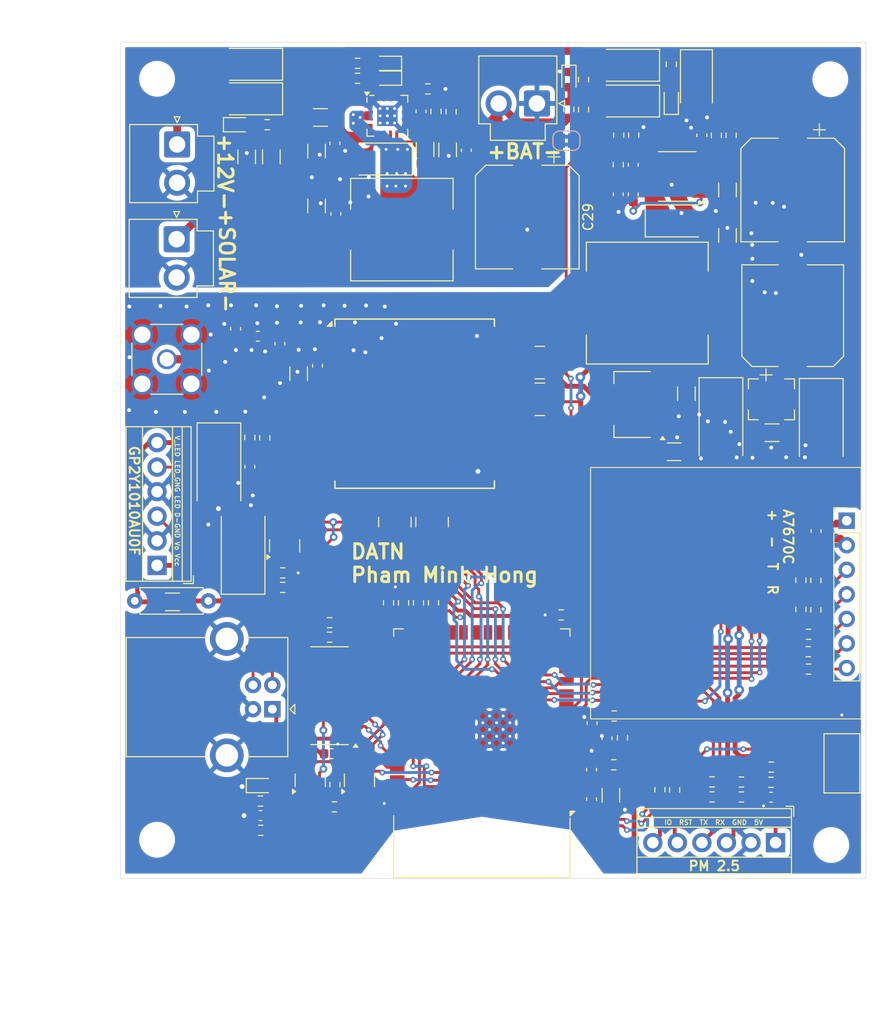
<source format=kicad_pcb>
(kicad_pcb (version 20240108) (generator "pcbnew") (generator_version "8.0")
  (layers (0 "F.Cu" signal) (31 "B.Cu" signal) (34 "B.Paste" user) (35 "F.Paste" user) (36 "B.SilkS" user "B.Silkscreen") (37 "F.SilkS" user "F.Silkscreen") (38 "B.Mask" user) (39 "F.Mask" user) (44 "Edge.Cuts" user))
  (net 0 "")
  (net 1 "Net-(U2-COMP)")
  (net 2 "GNDD")
  (net 3 "Net-(1nF2-Pad1)")
  (net 4 "GNDPWR")
  (net 5 "VDD")
  (net 6 "Net-(J3-Pin_1)")
  (net 7 "Net-(U2-SS)")
  (net 8 "/ADC_PM_MCU")
  (net 9 "+3V3")
  (net 10 "Net-(C7-Pad1)")
  (net 11 "Net-(C8-Pad1)")
  (net 12 "+12C")
  (net 13 "Net-(U3-CS)")
  (net 14 "Net-(D10-K)")
  (net 15 "Net-(U2-BOOT)")
  (net 16 "+5VD")
  (net 17 "+5P")
  (net 18 "Net-(J4-Pin_1)")
  (net 19 "Net-(D8-K)")
  (net 20 "/RF_ANT")
  (net 21 "/VS")
  (net 22 "VBAT_POWERBANK")
  (net 23 "VIN")
  (net 24 "Net-(D8-A)")
  (net 25 "/RF_OUT")
  (net 26 "Net-(D12-K)")
  (net 27 "+12V")
  (net 28 "Net-(D1-A)")
  (net 29 "Net-(D7-A)")
  (net 30 "V_SOLAR")
  (net 31 "Net-(D9-A)")
  (net 32 "Net-(D9-K)")
  (net 33 "Net-(D13-A)")
  (net 34 "/LED_DRIVER")
  (net 35 "Net-(J4-Pin_5)")
  (net 36 "Net-(J4-Pin_6)")
  (net 37 "/ADC_PM")
  (net 38 "Net-(J8-Pin_5)")
  (net 39 "Net-(J8-Pin_6)")
  (net 40 "/D-")
  (net 41 "/PM_RESET")
  (net 42 "/PM_IO")
  (net 43 "/UART_TX")
  (net 44 "/UART_RX")
  (net 45 "Net-(J8-Pin_7)")
  (net 46 "/UART_SIM_RX")
  (net 47 "/UART_SIM_TX")
  (net 48 "/D+")
  (net 49 "GPIO0")
  (net 50 "Net-(U2-EN)")
  (net 51 "/DTR")
  (net 52 "Net-(U3-RTRICK)")
  (net 53 "/TS")
  (net 54 "Net-(Q1-B)")
  (net 55 "/PWK_SIM")
  (net 56 "/ADC_BAT_MCU")
  (net 57 "Net-(U2-VSENSE)")
  (net 58 "/ADC_BAT")
  (net 59 "/RTS")
  (net 60 "RST32")
  (net 61 "Net-(Q2-B)")
  (net 62 "Net-(Q3-B)")
  (net 63 "/NET_SIM")
  (net 64 "/PEN_SIM")
  (net 65 "/UD+")
  (net 66 "/UART2_RX")
  (net 67 "/UART2_TX")
  (net 68 "/UD-")
  (net 69 "Net-(U5-IO2)")
  (net 70 "Net-(U5-IO4)")
  (net 71 "VSPI_CS_ESP32")
  (net 72 "Net-(U5-IO12)")
  (net 73 "/UART3_TX")
  (net 74 "Net-(U5-IO15)")
  (net 75 "VSPI_MISO_ESP32")
  (net 76 "RA01_SCK")
  (net 77 "VSPI_CLK_ESP32")
  (net 78 "VSPI_MOSI_ESP32")
  (net 79 "/UART3_RX")
  (net 80 "RA01_CS")
  (net 81 "RA01_MISO")
  (net 82 "RA01_MOSI")
  (net 84 "GPIO26_ESP32")
  (net 86 "RA01_RST")
  (net 88 "GPIO25_ESP32")
  (net 91 "RA01_INT")
  (net 93 "/TXD0")
  (net 96 "/RXD0")
  (net 115 "Net-(J9-VBUS)")
  (net 120 "Net-(D11-A)")
  (footprint "Connector_PinHeader_2.54mm:PinHeader_1x07_P2.54mm_Vertical" (layer "F.Cu") (at 122.85 106.4)
    (property "Reference" "J8" (hide yes))
    (property "Value" "Screw_Terminal_01x07" (hide yes))
  )
  (footprint "MountingHole:MountingHole_3.2mm_M3" (layer "F.Cu") (at 121.25 139.95)
    (property "Reference" "H3" (hide yes))
    (property "Value" "MountingHole" (hide yes))
  )
  (footprint "LED_SMD:LED_0603_1608Metric" (layer "F.Cu") (at 94.11 60.78 -90)
    (property "Reference" "D13" (hide yes))
    (property "Value" "LED" (hide yes))
  )
  (footprint "Resistor_SMD:R_0603_1608Metric" (layer "F.Cu") (at 94.1 63.88 -90)
    (property "Reference" "R28" (hide yes))
    (property "Value" "10k" (hide yes))
  )
  (footprint "Capacitor_SMD:CP_Elec_10x10.5" (layer "F.Cu") (at 89.8 75 -90)
    (property "Reference" "C29")
    (property "Value" "470uF/25V")
  )
  (footprint "Resistor_SMD:R_1206_3216Metric" (layer "F.Cu") (at 63.325 68.775 -90)
    (property "Reference" "R6" (hide yes))
    (property "Value" "2.2R" (hide yes))
  )
  (footprint "LED_SMD:LED_0603_1608Metric" (layer "F.Cu") (at 104.7 62.9 90)
    (property "Reference" "D1" (hide yes))
    (property "Value" "LED" (hide yes))
  )
  (footprint "Package_TO_SOT_SMD:SOT-223-3_TabPin2" (layer "F.Cu") (at 100.6775 94.3875 180)
    (property "Reference" "U4" (hide yes))
    (property "Value" "AMS1117-3.3" (hide yes))
  )
  (footprint "Resistor_SMD:R_0603_1608Metric" (layer "F.Cu") (at 62.9 65.45 180)
    (property "Reference" "R3" (hide yes))
    (property "Value" "6.8K" (hide yes))
  )
  (footprint "Inductor_SMD:L_10.4x10.4_H4.8" (layer "F.Cu") (at 76.825 76.3 180)
    (property "Reference" "L2" (hide yes))
    (property "Value" "22uH" (hide yes))
  )
  (footprint "Diode_SMD:D_SMA" (layer "F.Cu") (at 107.3 61.2 -90)
    (property "Reference" "D2" (hide yes))
    (property "Value" "SMAJ12" (hide yes))
  )
  (footprint "Capacitor_SMD:C_1206_3216Metric" (layer "F.Cu") (at 98.45 134.8 -90)
    (property "Reference" "C35" (hide yes))
    (property "Value" "4.7uF")
  )
  (footprint "Diode_SMD:D_SMA" (layer "F.Cu") (at 60.975 59.2 180)
    (property "Reference" "D5" (hide yes))
    (property "Value" "SS34" (hide yes))
  )
  (footprint "Resistor_SMD:R_0603_1608Metric" (layer "F.Cu") (at 80.1 114.9 90)
    (property "Reference" "R51" (hide yes))
    (property "Value" "10K")
  )
  (footprint "LED_SMD:LED_0603_1608Metric" (layer "F.Cu") (at 75.32 60.63 180)
    (property "Reference" "D9" (hide yes))
    (property "Value" "LED" (hide yes))
  )
  (footprint "Package_TO_SOT_SMD:SOT-23" (layer "F.Cu") (at 64.7 109 90)
    (property "Reference" "Q3" (hide yes))
    (property "Value" "MMBT3904")
  )
  (footprint "Diode_SMD:D_SMA" (layer "F.Cu") (at 99.975 63 180)
    (property "Reference" "D4" (hide yes))
    (property "Value" "SS34" (hide yes))
  )
  (footprint "Capacitor_SMD:C_0603_1608Metric" (layer "F.Cu") (at 64.2125 88.1 -90)
    (property "Reference" "C41" (hide yes))
    (property "Value" "7pF")
  )
  (footprint "Resistor_SMD:R_0603_1608Metric" (layer "F.Cu") (at 95.625 63.885 90)
    (property "Reference" "R22" (hide yes))
    (property "Value" "3.3K" (hide yes))
  )
  (footprint "Resistor_SMD:R_0603_1608Metric" (layer "F.Cu") (at 119.66 112.575 -90)
    (property "Reference" "R33" (hide yes))
    (property "Value" "22R" (hide yes))
  )
  (footprint "Resistor_SMD:R_0603_1608Metric" (layer "F.Cu") (at 98.8 126.6)
    (property "Reference" "R18" (hide yes))
    (property "Value" "22R" (hide yes))
  )
  (footprint "Capacitor_SMD:C_0603_1608Metric" (layer "F.Cu") (at 98.05 128.9 90)
    (property "Reference" "C18" (hide yes))
    (property "Value" "100n")
  )
  (footprint "Capacitor_SMD:C_1206_3216Metric" (layer "F.Cu") (at 60.775 68.775 90)
    (property "Reference" "C7" (hide yes))
    (property "Value" "2.2uF" (hide yes))
  )
  (footprint "Diode_SMD:D_SMA" (layer "F.Cu") (at 105.5125 75.4)
    (property "Reference" "D10" (hide yes))
    (property "Value" "SS54" (hide yes))
  )
  (footprint "Resistor_SMD:R_0603_1608Metric" (layer "F.Cu") (at 109.3625 66.55 -90)
    (property "Reference" "R4" (hide yes))
    (property "Value" "10k" (hide yes))
  )
  (footprint "Capacitor_SMD:C_1206_3216Metric" (layer "F.Cu") (at 110.5125 76.9 90)
    (property "Reference" "C15" (hide yes))
    (property "Value" "1uF" (hide yes))
  )
  (footprint "LED_SMD:LED_0603_1608Metric" (layer "F.Cu") (at 62.215 133.8)
    (property "Reference" "D11" (hide yes))
    (property "Value" "LED")
  )
  (footprint "Resistor_SMD:R_0603_1608Metric" (layer "F.Cu") (at 61.1 97.8 -90)
    (property "Reference" "R38" (hide yes))
    (property "Value" "0R")
  )
  (footprint "Resistor_SMD:R_0603_1608Metric" (layer "F.Cu") (at 93.3 116.15)
    (property "Reference" "R52" (hide yes))
    (property "Value" "10K")
  )
  (footprint "LED_SMD:LED_0603_1608Metric" (layer "F.Cu") (at 59.85 65.45)
    (property "Reference" "D7" (hide yes))
    (property "Value" "LED_Small" (hide yes))
  )
  (footprint "Resistor_SMD:R_0603_1608Metric" (layer "F.Cu") (at 108.92 133.42)
    (property "Reference" "R25" (hide yes))
    (property "Value" "22R" (hide yes))
  )
  (footprint "Resistor_SMD:R_0603_1608Metric" (layer "F.Cu") (at 111.96 134.98 180)
    (property "Reference" "R31" (hide yes))
    (property "Value" "22R" (hide yes))
  )
  (footprint "Resistor_SMD:R_0603_1608Metric" (layer "F.Cu") (at 98.75 131.65)
    (property "Reference" "R36" (hide yes))
    (property "Value" "10K")
  )
  (footprint "Capacitor_SMD:C_0603_1608Metric" (layer "F.Cu") (at 115.025 135 180)
    (property "Reference" "C31" (hide yes))
    (property "Value" "100nF" (hide yes))
  )
  (footprint "Resistor_SMD:R_0603_1608Metric" (layer "F.Cu") (at 75.45 114.9 -90)
    (property "Reference" "R50" (hide yes))
    (property "Value" "10K")
  )
  (footprint "Capacitor_SMD:C_0603_1608Metric" (layer "F.Cu") (at 107.8625 66.55 90)
    (property "Reference" "C5" (hide yes))
    (property "Value" "8.2nF" (hide yes))
  )
  (footprint "Capacitor_SMD:C_0603_1608Metric" (layer "F.Cu") (at 100.7625 69.6 -90)
    (property "Reference" "1nF1" (hide yes))
    (property "Value" "10pF" (hide yes))
  )
  (footprint "RF_Module:Ai-Thinker-Ra-01-LoRa" (layer "F.Cu") (at 78.15 94.3)
    (property "Reference" "U8" (hide yes))
    (property "Value" "Ai-Thinker-Ra-01")
  )
  (footprint "Capacitor_SMD:C_0603_1608Metric" (layer "F.Cu") (at 99.2125 72.65 -90)
    (property "Reference" "1nF2" (hide yes))
    (property "Value" "8.2nF" (hide yes))
  )
  (footprint "Capacitor_Tantalum_SMD:CP_EIA-7343-15_Kemet-W" (layer "F.Cu") (at 60.4 109.6 90)
    (property "Reference" "C6" (hide yes))
    (property "Value" "100uF/50V")
  )
  (footprint "Connector_Coaxial:SMA_Amphenol_132291-12_Vertical" (layer "F.Cu") (at 52.51 89.71)
    (property "Reference" "J10" (hide yes))
    (property "Value" "Conn_Coaxial")
  )
  (footprint "Resistor_SMD:R_Array_Convex_4x0603" (layer "F.Cu") (at 91.1 90.05)
    (property "Reference" "RN3" (hide yes))
    (property "Value" "10k")
  )
  (footprint "Resistor_SMD:R_0603_1608Metric" (layer "F.Cu") (at 119.66 115.615 90)
    (property "Reference" "R41" (hide yes))
    (property "Value" "22R" (hide yes))
  )
  (footprint "Package_TO_SOT_SMD:SOT-23" (layer "F.Cu") (at 72.4375 133.25 90)
    (property "Reference" "Q2" (hide yes))
    (property "Value" "MMBT3904")
  )
  (footprint "Resistor_SMD:R_0603_1608Metric" (layer "F.Cu") (at 115.02 133.46)
    (property "Reference" "R29" (hide yes))
    (property "Value" "0R" (hide yes))
  )
  (footprint "Capacitor_SMD:C_0603_1608Metric" (layer "F.Cu") (at 59.625 86.55 90)
    (property "Reference" "C42" (hide yes))
    (property "Value" "7pF")
  )
  (footprint "Capacitor_SMD:C_0603_1608Metric" (layer "F.Cu") (at 100.7625 72.65 90)
    (property "Reference" "C11" (hide yes))
    (property "Value" "100nF" (hide yes))
  )
  (footprint "Package_SO:SOIC-16_3.9x9.9mm_P1.27mm" (layer "F.Cu") (at 69.35 124.5 180)
    (property "Reference" "U7" (hide yes))
    (property "Value" "CH340G")
  )
  (footprint "Resistor_SMD:R_0603_1608Metric" (layer "F.Cu") (at 118.11 112.55 -90)
    (property "Reference" "R34" (hide yes))
    (property "Value" "22R" (hide yes))
  )
  (footprint "Resistor_SMD:R_0603_1608Metric" (layer "F.Cu") (at 99.65 128.85 90)
    (property "Reference" "R43" (hide yes))
    (property "Value" "22R")
  )
  (footprint "Capacitor_SMD:C_0603_1608Metric" (layer "F.Cu") (at 62.2 136.9)
    (property "Reference" "C37" (hide yes))
    (property "Value" "10n")
  )
  (footprint "Connector_JST:JST_VH_B2P-VH-B_1x02_P3.96mm_Vertical" (layer "F.Cu") (at 90.8 63.25 180)
    (property "Reference" "J5" (hide yes))
    (property "Value" "Screw_Terminal_01x02" (hide yes))
  )
  (footprint "Resistor_SMD:R_0603_1608Metric" (layer "F.Cu") (at 104.7 59.2 90)
    (property "Reference" "R1" (hide yes))
    (property "Value" "10k" (hide yes))
  )
  (footprint "Diode_SMD:D_SMA" (layer "F.Cu") (at 60.975 62.775 180)
    (property "Reference" "D6" (hide yes))
    (property "Value" "SS34" (hide yes))
  )
  (footprint "Resistor_SMD:R_0603_1608Metric" (layer "F.Cu") (at 111.95 133.43 180)
    (property "Reference" "R32" (hide yes))
    (property "Value" "22R" (hide yes))
  )
  (footprint "MountingHole:MountingHole_3.2mm_M3" (layer "F.Cu") (at 121.15 60.75)
    (property "Reference" "H1" (hide yes))
    (property "Value" "MountingHole" (hide yes))
  )
  (footprint "Resistor_SMD:R_0603_1608Metric" (layer "F.Cu") (at 108.92 134.97)
    (property "Reference" "R24" (hide yes))
    (property "Value" "22R" (hide yes))
  )
  (footprint "Resistor_SMD:R_0603_1608Metric" (layer "F.Cu") (at 77 114.9 -90)
    (property "Reference" "R49" (hide yes))
    (property "Value" "10K")
  )
  (footprint "Capacitor_SMD:C_1206_3216Metric" (layer "F.Cu") (at 106.2625 93.275 -90)
    (property "Reference" "C27" (hide yes))
    (property "Value" "1uF" (hide yes))
  )
  (footprint "Resistor_SMD:R_0603_1608Metric" (layer "F.Cu") (at 99.2125 69.575 90)
    (property "Reference" "R7" (hide yes))
    (property "Value" "68k" (hide yes))
  )
  (footprint "Resistor_SMD:R_1206_3216Metric" (layer "F.Cu") (at 115.1225 97.305 180)
    (property "Reference" "R20" (hide yes))
    (property "Value" "22R" (hide yes))
  )
  (footprint "Package_TO_SOT_SMD:SOT-23" (layer "F.Cu") (at 67.35 133.25 90)
    (property "Reference" "Q1" (hide yes))
    (property "Value" "MMBT3904")
  )
  (footprint "Resistor_THT:R_Axial_DIN0207_L6.3mm_D2.5mm_P7.62mm_Horizontal" (layer "F.Cu") (at 49.19 114.7)
    (property "Reference" "R44" (hide yes))
    (property "Value" "150R")
  )
  (footprint "Resistor_SMD:R_0603_1608Metric" (layer "F.Cu") (at 69.35 116.95 180)
    (property "Reference" "R47" (hide yes))
    (property "Value" "22R")
  )
  (footprint "Capacitor_SMD:C_0603_1608Metric" (layer "F.Cu") (at 69.9 67.375 90)
    (property "Reference" "C9" (hide yes))
    (property "Value" "100nF" (hide yes))
  )
  (footprint "LED_SMD:LED_0603_1608Metric" (layer "F.Cu") (at 75.315 59.1 180)
    (property "Reference" "D8" (hide yes))
    (property "Value" "LED" (hide yes))
  )
  (footprint "RF_Module:ESP32-WROOM-32D" (layer "F.Cu") (at 85.1 127.47 180)
    (property "Reference" "U5" (hide yes))
    (property "Value" "ESP32-WROOM-32D")
  )
  (footprint "Resistor_SMD:R_0603_1608Metric" (layer "F.Cu") (at 72.24 60.65 180)
    (property "Reference" "R13" (hide yes))
    (property "Value" "10k" (hide yes))
  )
  (footprint "Resistor_SMD:R_0603_1608Metric" (layer "F.Cu") (at 64.5 111.8)
    (property "Reference" "R42" (hide yes))
    (property "Value" "10K")
  )
  (footprint "Resistor_SMD:R_0603_1608Metric" (layer "F.Cu") (at 80.36 64.08 -90)
    (property "Reference" "R11" (hide yes))
    (property "Value" "10k" (hide yes))
  )
  (footprint "Resistor_SMD:R_0603_1608Metric" (layer "F.Cu") (at 103.525 134.225 90)
    (property "Reference" "R27" (hide yes))
    (property "Value" "22R" (hide yes))
  )
  (footprint "Resistor_SMD:R_Array_Convex_4x0603" (layer "F.Cu") (at 79.95 106.55 -90)
    (property "Reference" "RN1" (hide yes))
    (property "Value" "22R")
  )
  (footprint "Capacitor_Tantalum_SMD:CP_EIA-7343-15_Kemet-W" (layer "F.Cu") (at 109.8375 96.025 -90)
    (property "Reference" "C25" (hide yes))
    (property "Value" "100uF/50V" (hide yes))
  )
  (footprint "Capacitor_Tantalum_SMD:CP_EIA-7343-15_Kemet-W" (layer "F.Cu") (at 120.2125 96.1125 -90)
    (property "Reference" "C20" (hide yes))
    (property "Value" "100uF/50V" (hide yes))
  )
  (footprint "Resistor_SMD:R_0603_1608Metric" (layer "F.Cu") (at 118.9 121.75)
    (property "Reference" "R35" (hide yes))
    (property "Value" "22R" (hide yes))
  )
  (footprint "Resistor_SMD:R_0603_1608Metric" (layer "F.Cu") (at 79.52 61.75 180)
    (property "Reference" "R14" (hide yes))
    (property "Value" "47k" (hide yes))
  )
  (footprint "Resistor_SMD:R_0603_1608Metric" (layer "F.Cu") (at 95.625 60.785 90)
    (property "Reference" "R23" (hide yes))
    (property "Value" "12K" (hide yes))
  )
  (footprint "TerminalBlock:TerminalBlock_Xinya_XY308-2.54-6P_1x06_P2.54mm_Horizontal" (layer "F.Cu") (at 115.49 139.7 180)
    (property "Reference" "J4" (hide yes))
    (property "Value" "Screw_Terminal_01x06" (hide yes))
  )
  (footprint "Connector_JST:JST_VH_B2P-VH-B_1x02_P3.96mm_Vertical" (layer "F.Cu") (at 53.575 67.49 -90)
    (property "Reference" "J2" (hide yes))
    (property "Value" "Screw_Terminal_01x02" (hide yes))
  )
  (footprint "Resistor_SMD:R_0603_1608Metric" (layer "F.Cu") (at 72.24 59.1 180)
    (property "Reference" "R10" (hide yes))
    (property "Value" "10k" (hide yes))
  )
  (footprint "Resistor_SMD:R_0603_1608Metric" (layer "F.Cu") (at 105.05 134.25 90)
    (property "Reference" "R26" (hide yes))
    (property "Value" "22R" (hide yes))
  )
  (footprint "Resistor_SMD:R_0603_1608Metric" (layer "F.Cu") (at 69.9 133.7 -90)
    (property "Reference" "R58" (hide yes))
    (property "Value" "10K")
  )
  (footprint "Package_SO:SOIC-8_3.9x4.9mm_P1.27mm" (layer "F.Cu") (at 105.3125 70.8 180)
    (property "Reference" "U2" (hide yes))
    (property "Value" "TPS54331" (hide yes))
  )
  (footprint "Diode_SMD:D_SMA" (layer "F.Cu") (at 99.975 59.3 180)
    (property "Reference" "D3" (hide yes))
    (property "Value" "SS34" (hide yes))
  )
  (footprint "Resistor_SMD:R_0603_1608Metric" (layer "F.Cu") (at 64.5 113.3)
    (property "Reference" "R15" (hide yes))
    (property "Value" "22R")
  )
  (footprint "Resistor_SMD:R_1206_3216Metric" (layer "F.Cu") (at 68.4 64.7)
    (property "Reference" "R8" (hide yes))
    (property "Value" "2.2R" (hide yes))
  )
  (footprint "Connector_USB:USB_B_OST_USB-B1HSxx_Horizontal" (layer "F.Cu") (at 63.4275 125.9 180)
    (property "Reference" "J9" (hide yes))
    (property "Value" "USB_A")
  )
  (footprint "Resistor_SMD:R_0603_1608Metric" (layer "F.Cu") (at 69.85 136)
    (property "Reference" "R57" (hide yes))
    (property "Value" "10K")
  )
  (footprint "Capacitor_SMD:C_1206_3216Metric" (layer "F.Cu") (at 66.15 91.2 90)
    (property "Reference" "C43" (hide yes))
    (property "Value" "4.7uF")
  )
  (footprint "Inductor_SMD:L_12x12mm_H8mm" (layer "F.Cu") (at 102.2125 83.9)
    (property "Reference" "L1" (hide yes))
    (property "Value" "10uH" (hide yes))
  )
  (footprint "Resistor_SMD:R_Array_Convex_4x0603" (layer "F.Cu") (at 91.1 93.85)
    (property "Reference" "RN2" (hide yes))
    (property "Value" "10k")
  )
  (footprint "Resistor_SMD:R_1206_3216Metric" (layer "F.Cu") (at 53.1 114.8)
    (property "Reference" "R39" (hide yes))
    (property "Value" "150R")
  )
  (footprint "Capacitor_SMD:C_0603_1608Metric" (layer "F.Cu") (at 61.1 100.825 -90)
    (property "Reference" "C3" (hide yes))
    (property "Value" "100nF")
  )
  (footprint "Capacitor_SMD:C_0603_1608Metric" (layer "F.Cu") (at 69.55 130.5)
    (property "Reference" "C40" (hide yes))
    (property "Value" "100n")
  )
  (footprint "Capacitor_SMD:C_0603_1608Metric" (layer "F.Cu") (at 83.5 68.09 90)
    (property "Reference" "C28" (hide yes))
    (property "Value" "100nF" (hide yes))
  )
  (footprint "Capacitor_SMD:C_1206_3216Metric" (layer "F.Cu") (at 81.56 68.05 -90)
    (property "Reference" "C26" (hide yes))
    (property "Value" "2.2uF" (hide yes))
  )
  (footprint "Resistor_SMD:R_0603_1608Metric" (layer "F.Cu") (at 62.225 138.425 180)
    (property "Reference" "R45" (hide yes))
    (property "Value" "0R")
  )
  (footprint "Capacitor_SMD:C_0603_1608Metric" (layer "F.Cu") (at 96.5 127.35 90)
    (property "Reference" "C12" (hide yes))
    (property "Value" "100n" (hide yes))
  )
  (footprint "Resistor_SMD:R_0603_1608Metric" (layer "F.Cu") (at 78.55 114.9 90)
    (property "Reference" "R53" (hide yes))
    (property "Value" "10K")
  )
  (footprint "Resistor_SMD:R_0603_1608Metric" (layer "F.Cu") (at 118.9 118.15)
    (property "Reference" "R5" (hide yes))
    (property "Value" "22R")
  )
  (footprint "MountingHole:MountingHole_3.2mm_M3" (layer "F.Cu") (at 51.5 139.4)
    (property "Reference" "H4" (hide yes))
    (property "Value" "MountingHole" (hide yes))
  )
  (footprint "Capacitor_SMD:C_0603_1608Metric" (layer "F.Cu") (at 78.81 64.07 -90)
    (property "Reference" "C10" (hide yes))
    (property "Value" "100nF" (hide yes))
  )
  (footprint "Resistor_SMD:R_Array_Convex_4x0603" (layer "F.Cu") (at 76.1 106.55 90)
    (property "Reference" "RN4" (hide yes))
    (property "Value" "22R")
  )
  (footprint "Resistor_SMD:R_0603_1608Metric" (layer "F.Cu") (at 110.8925 66.545 -90)
    (property "Reference" "R9" (hide yes))
    (property "Value" "10k" (hide yes))
  )
  (footprint "Capacitor_SMD:CP_Elec_10x10" (layer "F.Cu") (at 117.2625 85.2 90)
    (property "Reference" "C17" (hide yes))
    (property "Value" "1000uF/16V" (hide yes))
  )
  (footprint "Capacitor_SMD:C_1206_3216Metric" (layer "F.Cu") (at 104.9875 99.275)
    (property "Reference" "C30" (hide yes))
    (property "Value" "1uF" (hide yes))
  )
  (footprint "Connector_JST:JST_VH_B2P-VH-B_1x02_P3.96mm_Vertical" (layer "F.Cu") (at 53.525 77.2925 -90)
    (property "Reference" "J1" (hide yes))
    (property "Value" "Screw_Terminal_01x02" (hide yes))
  )
  (footprint "Capacitor_SMD:C_0603_1608Metric" (layer "F.Cu") (at 96.45 135.2 -90)
    (property "Reference" "C36" (hide yes))
    (property "Value" "100n")
  )
  (footprint "Capacitor_SMD:C_1206_3216Metric" (layer "F.Cu") (at 68 73.85 90)
    (property "Reference" "C21" (hide yes))
    (property "Value" "2.2uF" (hide yes))
  )
  (footprint "Capacitor_SMD:C_0603_1608Metric" (layer "F.Cu") (at 70 74.67 -90)
    (property "Reference" "C23" (hide yes))
    (property "Value" "100nF" (hide yes))
  )
  (footprint "Resistor_SMD:R_0603_1608Metric" (layer "F.Cu") (at 118.11 115.58 90)
    (property "Reference" "R40" (hide yes))
    (property "Value" "22R" (hide yes))
  )
  (footprint "Resistor_SMD:R_0603_1608Metric" (layer "F.Cu") (at 62.2 135.4)
    (property "Reference" "R19" (hide yes))
    (property "Value" "10k")
  )
  (footprint "Inductor_SMD:L_0603_1608Metric" (layer "F.Cu") (at 61.925 87.325 180)
    (property "Reference" "L4" (hide yes))
    (property "Value" "15nH")
  )
  (footprint "Resistor_SMD:R_0603_1608Metric" (layer "F.Cu") (at 100.8125 66.525 -90)
    (property "Reference" "R17" (hide yes))
    (property "Value" "9.1k" (hide yes))
  )
  (footprint "Capacitor_SMD:C_1206_3216Metric" (layer "F.Cu") (at 68 68.175 -90)
    (property "Reference" "C8" (hide yes))
    (property "Value" "2.2uF" (hide yes))
  )
  (footprint "Diode_SMD:D_SMA" (layer "F.Cu") (at 74.4 69 180)
    (property "Reference" "D12" (hide yes))
    (property "Value" "SS34" (hide yes))
  )
  (footprint "Capacitor_SMD:C_0603_1608Metric" (layer "F.Cu") (at 119.675 107.475 -90)
    (property "Reference" "C32" (hide yes))
    (property "Value" "100nF" (hide yes))
  )
  (footprint "Resistor_SMD:R_0603_1608Metric" (layer "F.Cu") (at 118.875 119.95)
    (property "Reference" "R2" (hide yes))
    (property "Value" "22R")
  )
  (footprint "TerminalBlock:TerminalBlock_Xinya_XY308-2.54-6P_1x06_P2.54mm_Horizontal" (layer "F.Cu") (at 51.5 111.0225 90)
    (property "Reference" "J3" (hide yes))
    (property "Value" "Screw_Terminal_01x06")
  )
  (footprint "Inductor_SMD:L_Bourns-SRN4018" (layer "F.Cu") (at 115.0625 93.85 180)
    (property "Reference" "L3" (hide yes))
    (property "Value" "10uH" (hide yes))
  )
  (footprint "Resistor_SMD:R_0603_1608Metric" (layer "F.Cu") (at 115.04 131.89)
    (property "Reference" "R30" (hide yes))
    (property "Value" "0R" (hide yes))
  )
  (footprint "Resistor_SMD:R_0603_1608Metric" (layer "F.Cu") (at 99.2625 66.525 -90)
    (property "Reference" "R16" (hide yes))
    (property "Value" "47k" (hide yes))
  )
  (footprint "Capacitor_SMD:C_0603_1608Metric" (layer "F.Cu") (at 68.1 90.375 90)
    (property "Reference" "C44" (hide yes))
    (property "Value" "100n")
  )
  (footprint "Resistor_SMD:R_0603_1608Metric" (layer "F.Cu") (at 81.92 64.1 -90)
    (property "Reference" "R12" (hide yes))
    (property "Value" "10k" (hide yes))
  )
  (footprint "Capacitor_SMD:C_1206_3216Metric" (layer "F.Cu") (at 110.5125 72.2 -90)
    (property "Reference" "C2" (hide yes))
    (property "Value" "1uF" (hide yes))
  )
  (footprint "Resistor_SMD:R_0603_1608Metric" (layer "F.Cu") (at 69.35 118.45 180)
    (property "Reference" "R48" (hide yes))
    (property "Value" "22R")
  )
  (footprint "Package_DFN_QFN:QFN-16-1EP_4x4mm_P0.65mm_EP2.1x2.1mm_ThermalVias" (layer "F.Cu") (at 75.325 64.525)
    (property "Reference" "U3" (hide yes))
    (property "Value" "TP5100" (hide yes))
  )
  (footprint "Capacitor_SMD:CP_Elec_10x10.5" (layer "F.Cu") (at 117.2625 72.2 -90)
    (property "Reference" "C1" (hide yes))
    (property "Value" "470uF/25V" (hide yes))
  )
  (footprint "Capacitor_SMD:C_0603_1608Metric" (layer "F.Cu") (at 96.45 132.15 90)
    (property "Reference" "C16" (hide yes))
    (property "Value" "10nF")
  )
  (footprint "MountingHole:MountingHole_3.2mm_M3" (layer "F.Cu") (at 51.5 60.7)
    (property "Reference" "H2" (hide yes))
    (property "Value" "MountingHole" (hide yes))
  )
  (footprint "Button_Switch_SMD:SW_SPST_CK_RS282G05A3" (layer "F.Cu") (at 122.35 131.5 -90)
    (property "Reference" "SW1" (hide yes))
    (property "Value" "SW_Push")
  )
  (footprint "Resistor_SMD:R_1206_3216Metric" (layer "F.Cu") (at 79.23 68.01 -90)
    (property "Reference" "R21" (hide yes))
    (property "Value" "0.05" (hide yes))
  )
  (footprint "Resistor_SMD:R_0603_1608Metric" (layer "F.Cu") (at 62.65 97.825 -90)
    (property "Reference" "R37" (hide yes))
    (property "Value" "0R")
  )
  (footprint "Capacitor_Tantalum_SMD:CP_EIA-7343-15_Kemet-W" (layer "F.Cu") (at 57.9 100.7 -90)
    (property "Reference" "C4" (hide yes))
    (property "Value" "100uF/50V")
  )
  (footprint "Jumper:SolderJumper-2_P1.3mm_Bridged2Bar_RoundedPad1.0x1.5mm" (layer "B.Cu") (at 93.85 67.1)
    (property "Reference" "JP1" (hide yes))
    (property "Value" "JMP" (hide yes))
  )
  (gr_rect (start 47.7 56.925) (end 124.825 143.4) (stroke (width 0.05)) (fill none) (layer "Edge.Cuts"))
  (gr_text "DATN\nPham Minh Hong" (at 71.4 112.9 0) (layer "F.SilkS") (effects (font (size 1.5 1.5) (thickness 0.3) (bold yes)) (justify left bottom)))
  (gr_text "+12V-" (at 57.67 66.23 -90) (layer "F.SilkS") (effects (font (size 1.5 1.5) (thickness 0.3) (bold yes)) (justify left bottom)))
  (gr_text "V_LED LED_GNG LED D-GND Vo Vcc" (at 53.3 97.55 270) (layer "F.SilkS") (effects (font (size 0.5 0.5) (thickness 0.1) (bold yes)) (justify left bottom)))
  (gr_text "IO  RST  TX  RX  GND  5V" (at 103.925 137.9 0) (layer "F.SilkS") (effects (font (size 0.5 0.5) (thickness 0.1) (bold yes)) (justify left bottom)))
  (gr_text "A7670C\n+  -  T  R" (at 114.6 105.1 -90) (layer "F.SilkS") (effects (font (size 1 1) (thickness 0.2) (bold yes)) (justify left bottom)))
  (gr_text "GP2Y1010AU0F" (at 48.55 98.55 270) (layer "F.SilkS") (effects (font (size 1 1) (thickness 0.2) (bold yes)) (justify left bottom)))
  (gr_text "+BAT-" (at 85.5 69.1 0) (layer "F.SilkS") (effects (font (size 1.5 1.5) (thickness 0.3) (bold yes)) (justify left bottom)))
  (gr_text "+SOLAR-" (at 57.825 73.95 -90) (layer "F.SilkS") (effects (font (size 1.5 1.5) (thickness 0.3) (bold yes)) (justify left bottom)))
  (gr_text "PM 2.5" (at 106.375 142.7 0) (layer "F.SilkS") (effects (font (size 1 1) (thickness 0.2) (bold yes)) (justify left bottom)))
  (segment (start 100.6875 68.75) (end 100.7625 68.825) (width 0.5) (layer "F.Cu") (net 1))
  (segment (start 102.8375 70.165) (end 102.1025 70.165) (width 0.5) (layer "F.Cu") (net 1))
  (segment (start 99.2125 68.75) (end 100.6875 68.75) (width 0.5) (layer "F.Cu") (net 1))
  (segment (start 102.1025 70.165) (end 100.7625 68.825) (width 0.5) (layer "F.Cu") (net 1))
  (segment (start 57.85 103.8625) (end 57.9 103.8125) (width 0.5) (layer "F.Cu") (net 2))
  (segment (start 91.79 117.96) (end 92.475 117.275) (width 0.3) (layer "F.Cu") (net 2))
  (segment (start 117.2625 81.2) (end 117.2625 76.4) (width 0.5) (layer "F.Cu") (net 2))
  (segment (start 107.8625 65.775) (end 106.7625 65.775) (width 0.5) (layer "F.Cu") (net 2))
  (segment (start 108.4 64.7) (end 107.3 63.6) (width 0.3) (layer "F.Cu") (net 2))
  (segment (start 60.1875 103.8125) (end 61.1 102.9) (width 0.5) (layer "F.Cu") (net 2))
  (segment (start 98.05 128.125) (end 98.05 128.136087) (width 0.5) (layer "F.Cu") (net 2))
  (segment (start 95.7 126.7) (end 96.375 126.7) (width 0.5) (layer "F.Cu") (net 2))
  (segment (start 106.4625 99.275) (end 106.4625 96.665) (width 0.5) (layer "F.Cu") (net 2))
  (segment (start 96.375 126.7) (end 96.5 126.575) (width 0.5) (layer "F.Cu") (net 2))
  (segment (start 107.9125 65.725) (end 107.8625 65.775) (width 0.5) (layer "F.Cu") (net 2))
  (segment (start 119.675 108.25) (end 122.16 108.25) (width 0.8) (layer "F.Cu") (net 2))
  (segment (start 66.15 89.725) (end 67.975 89.725) (width 0.5) (layer "F.Cu") (net 2))
  (segment (start 76.35 135.72) (end 75.07 135.72) (width 0.3) (layer "F.Cu") (net 2))
  (segment (start 60.5 136.9) (end 61.425 136.9) (width 0.4) (layer "F.Cu") (net 2))
  (segment (start 101.8225 71.435) (end 100.7625 70.375) (width 0.5) (layer "F.Cu") (net 2))
  (segment (start 106.7625 65.775) (end 106.7525 65.765) (width 0.5) (layer "F.Cu") (net 2))
  (segment (start 76.2 114.075) (end 75.45 114.075) (width 0.3) (layer "F.Cu") (net 2))
  (segment (start 86.15 101.3) (end 84.7 101.3) (width 0.4) (layer "F.Cu") (net 2))
  (segment (start 76.2 113.3) (end 76.15 113.25) (width 0.3) (layer "F.Cu") (net 2))
  (segment (start 96.45 131.375) (end 96.45 130.2) (width 0.5) (layer "F.Cu") (net 2))
  (segment (start 90.81 117.96) (end 91.79 117.96) (width 0.3) (layer "F.Cu") (net 2))
  (segment (start 120.125 99.1375) (end 120.2125 99.225) (width 0.5) (layer "F.Cu") (net 2))
  (segment (start 107.3 63.6) (end 107.3 63.2) (width 0.3) (layer "F.Cu") (net 2))
  (segment (start 109.3625 65.725) (end 107.9125 65.725) (width 0.5) (layer "F.Cu") (net 2))
  (segment (start 101.8175 65.7) (end 101.8225 65.695) (width 0.3) (layer "F.Cu") (net 2))
  (segment (start 99.9 136.3) (end 99.875 136.275) (width 0.5) (layer "F.Cu") (net 2))
  (segment (start 93.85 135.72) (end 96.195 135.72) (width 0.5) (layer "F.Cu") (net 2))
  (segment (start 100.8125 65.7) (end 101.8175 65.7) (width 0.3) (layer "F.Cu") (net 2))
  (segment (start 109.8375 99.1375) (end 120.125 99.1375) (width 0.5) (layer "F.Cu") (net 2))
  (segment (start 61.1 102.9) (end 61.1 101.6) (width 0.5) (layer "F.Cu") (net 2))
  (segment (start 122.35 127.6) (end 122.35 126.5) (width 0.3) (layer "F.Cu") (net 2))
  (segment (start 106.8125 63.6875) (end 107.3 63.2) (width 0.3) (layer "F.Cu") (net 2))
  (segment (start 92.475 117.275) (end 92.475 116.15) (width 0.3) (layer "F.Cu") (net 2))
  (segment (start 102.8375 71.435) (end 101.8225 71.435) (width 0.5) (layer "F.Cu") (net 2))
  (segment (start 99.2125 74.425) (end 99.2525 74.465) (width 0.5) (layer "F.Cu") (net 2))
  (segment (start 116.2875 75.425) (end 117.2625 76.4) (width 0.5) (layer "F.Cu") (net 2))
  (segment (start 65.325 110.2625) (end 65.65 109.9375) (width 0.3) (layer "F.Cu") (net 2))
  (segment (start 70.325 130.5) (end 70.325 129.625) (width 0.3) (layer "F.Cu") (net 2))
  (segment (start 86.15 87.3) (end 84.6 87.3) (width 0.5) (layer "F.Cu") (net 2))
  (segment (start 110.5125 76.115) (end 110.5125 75.425) (width 0.5) (layer "F.Cu") (net 2))
  (segment (start 103.5475 71.435) (end 107.5125 75.4) (width 0.5) (layer "F.Cu") (net 2))
  (segment (start 107.3 63.975) (end 106.275 65) (width 0.3) (layer "F.Cu") (net 2))
  (segment (start 102.8375 71.435) (end 103.5475 71.435) (width 0.5) (layer "F.Cu") (net 2))
  (segment (start 91.63924 116.15) (end 92.475 116.15) (width 0.3) (layer "F.Cu") (net 2))
  (segment (start 60.3 133.9) (end 60.4 133.8) (width 0.4) (layer "F.Cu") (net 2))
  (segment (start 67.975 89.725) (end 68.1 89.6) (width 0.5) (layer "F.Cu") (net 2))
  (segment (start 65.325 111.8) (end 65.325 110.2625) (width 0.3) (layer "F.Cu") (net 2))
  (segment (start 99.2125 73.425) (end 99.2125 74.425) (width 0.5) (layer "F.Cu") (net 2))
  (segment (start 110.5125 75.425) (end 116.2875 75.425) (width 0.5) (layer "F.Cu") (net 2))
  (segment (start 114.25 135) (end 114.25 135.9) (width 0.4) (layer "F.Cu") (net 2))
  (segment (start 110.5125 75.425) (end 110.5125 73.675) (width 0.5) (layer "F.Cu") (net 2))
  (segment (start 68.4 89.3) (end 68.1 89.6) (width 0.5) (layer "F.Cu") (net 2))
  (segment (start 70.325 130.5) (end 70.325 130.445) (width 0.3) (layer "F.Cu") (net 2))
  (segment (start 109.7 99.275) (end 109.8375 99.1375) (width 0.5) (layer "F.Cu") (net 2))
  (segment (start 96.45 135.975) (end 98.15 135.975) (width 0.5) (layer "F.Cu") (net 2))
  (segment (start 70.325 129.625) (end 70.2 129.5) (width 0.3) (layer "F.Cu") (net 2))
  (segment (start 106.4625 99.275) (end 109.7 99.275) (width 0.5) (layer "F.Cu") (net 2))
  (segment (start 57.9 103.8125) (end 60.1875 103.8125) (width 0.5) (layer "F.Cu") (net 2))
  (segment (start 106.4625 94.95) (end 106.2625 94.75) (width 0.5) (layer "F.Cu") (net 2))
  (segment (start 76.2 114.075) (end 76.2 113.3) (width 0.3) (layer "F.Cu") (net 2))
  (segment (start 107.3 63.2) (end 107.3 63.975) (width 0.3) (layer "F.Cu") (net 2))
  (segment (start 96.195 135.72) (end 96.45 135.975) (width 0.5) (layer "F.Cu") (net 2))
  (segment (start 110.4875 75.4) (end 110.5125 75.425) (width 0.5) (layer "F.Cu") (net 2))
  (segment (start 98.05 128.136087) (end 97.514535 128.671552) (width 0.5) (layer "F.Cu") (net 2))
  (segment (start 60.4 106.4875) (end 59.1875 106.4875) (width 0.5) (layer "F.Cu") (net 2))
  (segment (start 75.07 135.72) (end 75 135.65) (width 0.3) (layer "F.Cu") (net 2))
  (segment (start 57.85 105.15) (end 57.85 103.8625) (width 0.5) (layer "F.Cu") (net 2))
  (segment (start 70.325 130.445) (end 71.825 128.945) (width 0.3) (layer "F.Cu") (net 2))
  (segment (start 106.4625 96.665) (end 106.4625 94.95) (width 0.5) (layer "F.Cu") (net 2))
  (segment (start 99.875 136.275) (end 98.45 136.275) (width 0.5) (layer "F.Cu") (net 2))
  (segment (start 66.15 89.725) (end 66.15 88.725) (width 0.5) (layer "F.Cu") (net 2))
  (segment (start 104.7 63.6875) (end 106.8125 63.6875) (width 0.3) (layer "F.Cu") (net 2))
  (segment (start 66.1 111.8) (end 65.325 111.8) (width 0.3) (layer "F.Cu") (net 2))
  (segment (start 122.16 108.25) (end 122.85 108.94) (width 0.8) (layer "F.Cu") (net 2))
  (segment (start 106.44 96.6875) (end 106.4625 96.665) (width 0.5) (layer "F.Cu") (net 2))
  (segment (start 60.4 133.8) (end 61.4275 133.8) (width 0.4) (layer "F.Cu") (net 2))
  (segment (start 70.15 89.3) (end 68.4 89.3) (width 0.5) (layer "F.Cu") (net 2))
  (segment (start 107.5125 75.4) (end 110.4875 75.4) (width 0.5) (layer "F.Cu") (net 2))
  (segment (start 59.1875 106.4875) (end 57.85 105.15) (width 0.5) (layer "F.Cu") (net 2))
  (segment (start 103.8275 96.6875) (end 106.44 96.6875) (width 0.5) (layer "F.Cu") (net 2))
  (segment (start 98.15 135.975) (end 98.45 136.275) (width 0.5) (layer "F.Cu") (net 2))
  (segment (start 77 114.075) (end 76.2 114.075) (width 0.3) (layer "F.Cu") (net 2))
  (via (at 66.4 84.175) (size 0.8) (drill 0.4) (layers "F.Cu" "B.Cu") (net 2))
  (via (at 66.35 85.9) (size 0.8) (drill 0.4) (layers "F.Cu" "B.Cu") (net 2))
  (via (at 66.15 88.725) (size 0.8) (drill 0.4) (layers "F.Cu" "B.Cu") (net 2))
  (via (at 108.4 64.7) (size 0.8) (drill 0.4) (layers "F.Cu" "B.Cu") (net 2))
  (via (at 106.275 65) (size 0.8) (drill 0.4) (layers "F.Cu" "B.Cu") (net 2))
  (via (at 56.8 84.125) (size 0.8) (drill 0.4) (layers "F.Cu" "B.Cu") (net 2))
  (via (at 122.35 126.5) (size 0.6) (drill 0.3) (layers "F.Cu" "B.Cu") (net 2))
  (via (at 73.125 84.15) (size 0.8) (drill 0.4) (layers "F.Cu" "B.Cu") (net 2))
  (via (at 110.2725 96.185) (size 0.8) (drill 0.4) (layers "F.Cu" "B.Cu") (net 2))
  (via (at 59.9 102.5) (size 0.8) (drill 0.4) (layers "F.Cu" "B.Cu") (net 2))
  (via (at 51.85 84.2) (size 0.8) (drill 0.4) (layers "F.Cu" "B.Cu") (net 2))
  (via (at 56.8 106.8) (size 0.8) (drill 0.4) (layers "F.Cu" "B.Cu") (net 2))
  (via (at 54.375 95.15) (size 0.8) (drill 0.4) (layers "F.Cu" "B.Cu") (net 2))
  (via (at 60.3 133.9) (size 1) (drill 0.5) (layers "F.Cu" "B.Cu") (net 2))
  (via (at 107.5825 95.425) (size 0.8) (drill 0.4) (layers "F.Cu" "B.Cu") (net 2))
  (via (at 112.9825 76.675) (size 0.8) (drill 0.4) (layers "F.Cu" "B.Cu") (net 2))
  (via (at 71.825 88.775) (size 0.8) (drill 0.4) (layers "F.Cu" "B.Cu") (net 2))
  (via (at 51.375 95.15) (size 0.8) (drill 0.4) (layers "F.Cu" "B.Cu") (net 2))
  (via (at 48.625 84.25) (size 0.8) (drill 0.4) (layers "F.Cu" "B.Cu") (net 2))
  (via (at 113.1025 99.895) (size 0.8) (drill 0.4) (layers "F.Cu" "B.Cu") (net 2))
  (via (at 63.9 85.925) (size 0.8) (drill 0.4) (layers "F.Cu" "B.Cu") (net 2))
  (via (at 115.1925 73.535) (size 0.8) (drill 0.4) (layers "F.Cu" "B.Cu") (net 2))
  (via (at 66.025 91) (size 0.8) (drill 0.4) (layers "F.Cu" "B.Cu") (net 2))
  (via (at 59.15 84.125) (size 0.8) (drill 0.4) (layers "F.Cu" "B.Cu") (net 2))
  (via (at 58.45 86.05) (size 0.8) (drill 0.4) (layers "F.Cu" "B.Cu") (net 2))
  (via (at 61.2 104.8) (size 0.8) (drill 0.4) (layers "F.Cu" "B.Cu") (net 2))
  (via (at 58.55 89.975) (size 0.8) (drill 0.4) (layers "F.Cu" "B.Cu") (net 2))
  (via (at 106.7525 65.765) (size 0.8) (drill 0.4) (layers "F.Cu" "B.Cu") (net 2))
  (via (at 105.4725 95.605) (size 0.8) (drill 0.4) (layers "F.Cu" "B.Cu") (net 2))
  (via (at 71.975 85.9) (size 0.8) (drill 0.4) (layers "F.Cu" "B.Cu") (net 2))
  (via (at 67.825 88.675) (size 0.8) (drill 0.4) (layers "F.Cu" "B.Cu") (net 2))
  (via (at 95.7 126.7) (size 0.8) (drill 0.4) (layers "F.Cu" "B.Cu") (net 2))
  (via (at 114.25 135.9) (size 0.6) (drill 0.3) (layers "F.Cu" "B.Cu") (net 2))
  (via (at 73.05 88.975) (size 0.8) (drill 0.4) (layers "F.Cu" "B.Cu") (net 2))
  (via (at 76.15 113.25) (size 0.6) (drill 0.3) (layers "F.Cu" "B.Cu") (net 2))
  (via (at 115.5225 82.865) (size 0.8) (drill 0.4) (layers "F.Cu" "B.Cu") (net 2))
  (via (at 115.0425 98.845) (size 0.8) (drill 0.4) (layers "F.Cu" "B.Cu") (net 2))
  (via (at 118.5225 99.845) (size 0.8) (drill 0.4) (layers "F.Cu" "B.Cu") (net 2))
  (via (at 114.3625 82.785) (size 0.8) (drill 0.4) (layers "F.Cu" "B.Cu") (net 2))
  (via (at 61.75 84.125) (size 0.8) (drill 0.4) (layers "F.Cu" "B.Cu") (net 2))
  (via (at 91.63924 116.15) (size 0.6) (drill 0.3) (layers "F.Cu" "B.Cu") (net 2))
  (via (at 63.9 84.225) (size 0.8) (drill 0.4) (layers "F.Cu" "B.Cu") (net 2))
  (via (at 118.5825 98.605) (size 0.8) (drill 0.4) (layers "F.Cu" "B.Cu") (net 2))
  (via (at 61.4 103.8) (size 0.8) (drill 0.4) (layers "F.Cu" "B.Cu") (net 2))
  (via (at 75.05 84.25) (size 0.8) (drill 0.4) (layers "F.Cu" "B.Cu") (net 2))
  (via (at 84.6 87.3) (size 0.8) (drill 0.4) (layers "F.Cu" "B.Cu") (net 2))
  (via (at 62.675 88.9) (size 0.8) (drill 0.4) (layers "F.Cu" "B.Cu") (net 2))
  (via (at 84.7 101.3) (size 1) (drill 0.5) (layers "F.Cu" "B.Cu") (net 2))
  (via (at 113.0825 79.315) (size 0.8) (drill 0.4) (layers "F.Cu" "B.Cu") (net 2))
  (via (at 113.0925 81.615) (size 0.8) (drill 0.4) (layers "F.Cu" "B.Cu") (net 2))
  (via (at 111.7525 98.485) (size 0.8) (drill 0.4) (layers "F.Cu" "B.Cu") (net 2))
  (via (at 75 135.65) (size 0.6) (drill 0.3) (layers "F.Cu" "B.Cu") (net 2))
  (via (at 97.514535 128.671552) (size 0.8) (drill 0.4) (layers "F.Cu" "B.Cu") (net 2))
  (via (at 104.7325 71.655) (size 0.8) (drill 0.4) (layers "F.Cu" "B.Cu") (net 2))
  (via (at 110.8525 97.215) (size 0.8) (drill 0.4) (layers "F.Cu" "B.Cu") (net 2))
  (via (at 70.9 84.175) (size 0.8) (drill 0.4) (layers "F.Cu" "B.Cu") (net 2))
  (via (at 76.225 86.025) (size 0.8) (drill 0.4) (layers "F.Cu" "B.Cu") (net 2))
  (via (at 110.5125 76.115) (size 0.8) (drill 0.4) (layers "F.Cu" "B.Cu") (net 2))
  (via (at 109.3025 74.375) (size 0.8) (drill 0.4) (layers "F.Cu" "B.Cu") (net 2))
  (via (at 107.7625 99.965) (size 0.8) (drill 0.4) (layers "F.Cu" "B.Cu") (net 2))
  (via (at 70.2 129.5) (size 0.6) (drill 0.3) (layers "F.Cu" "B.Cu") (net 2))
  (via (at 59.65 88.75) (size 0.8) (drill 0.4) (layers "F.Cu" "B.Cu") (net 2))
  (via (at 105.3125 97.785) (size 0.8) (drill 0.4) (layers "F.Cu" "B.Cu") (net 2))
  (via (at 116.3625 73.935) (size 0.8) (drill 0.4) (layers "F.Cu" "B.Cu") (net 2))
  (via (at 113.4225 73.525) (size 0.8) (drill 0.4) (layers "F.Cu" "B.Cu") (net 2))
  (via (at 99.2525 74.465) (size 0.8) (drill 0.4) (layers "F.Cu" "B.Cu") (net 2))
  (via (at 60.5 136.9) (size 1) (drill 0.5) (layers "F.Cu" "B.Cu") (net 2))
  (via (at 113.0625 77.875) (size 0.8) (drill 0.4) (layers "F.Cu" "B.Cu") (net 2))
  (via (at 48.65 89.5) (size 0.8) (drill 0.4) (layers "F.Cu" "B.Cu") (net 2))
  (via (at 61.875 85.975) (size 0.8) (drill 0.4) (layers "F.Cu" "B.Cu") (net 2))
  (via (at 56.85 90.875) (size 0.8) (drill 0.4) (layers "F.Cu" "B.Cu") (net 2))
  (via (at 116.5825 99.845) (size 0.8) (drill 0.4) (layers "F.Cu" "B.Cu") (net 2))
  (via (at 96.45 130.2) (size 0.8) (drill 0.4) (layers "F.Cu" "B.Cu") (net 2))
  (via (at 60.625 95.125) (size 0.8) (drill 0.4) (layers "F.Cu" "B.Cu") (net 2))
  (via (at 64.225 92.175) (size 0.8) (drill 0.4) (layers "F.Cu" "B.Cu") (net 2))
  (via (at 68.35 85.875) (size 0.8) (drill 0.4) (layers "F.Cu" "B.Cu") (net 2))
  (via (at 62.575 93.65) (size 0.8) (drill 0.4) (layers "F.Cu" "B.Cu") (net 2))
  (via (at 57.625 95.15) (size 0.8) (drill 0.4) (layers "F.Cu" "B.Cu") (net 2))
  (via (at 99.9 136.3) (size 0.8) (drill 0.4) (layers "F.Cu" "B.Cu") (net 2))
  (via (at 68.725 84.125) (size 0.8) (drill 0.4) (layers "F.Cu" "B.Cu") (net 2))
  (via (at 111.4625 99.855) (size 0.8) (drill 0.4) (layers "F.Cu" "B.Cu") (net 2))
  (via (at 118.1525 78.905) (size 0.8) (drill 0.4) (layers "F.Cu" "B.Cu") (net 2))
  (via (at 57.05 87.15) (size 0.8) (drill 0.4) (layers "F.Cu" "B.Cu") (net 2))
  (via (at 108.4825 96.135) (size 0.8) (drill 0.4) (layers "F.Cu" "B.Cu") (net 2))
  (via (at 61.275 88.75) (size 0.8) (drill 0.4) (layers "F.Cu" "B.Cu") (net 2))
  (via (at 54.55 84.25) (size 0.8) (drill 0.4) (layers "F.Cu" "B.Cu") (net 2))
  (via (at 66.1 111.8) (size 0.6) (drill 0.3) (layers "F.Cu" "B.Cu") (net 2))
  (via (at 74.725 87.525) (size 0.8) (drill 0.4) (layers "F.Cu" "B.Cu") (net 2))
  (via (at 105.7525 74.585) (size 0.8) (drill 0.4) (layers "F.Cu" "B.Cu") (net 2))
  (via (at 57.85 105.15) (size 1) (drill 0.5) (layers "F.Cu" "B.Cu") (net 2))
  (via (at 48.6 94.975) (size 0.8) (drill 0.4) (layers "F.Cu" "B.Cu") (net 2))
  (via (at 101.8225 65.695) (size 0.8) (drill 0.4) (layers "F.Cu" "B.Cu") (net 2))
  (segment (start 99.2125 71.875) (end 99.2125 70.4) (width 0.5) (layer "F.Cu") (net 3))
  (segment (start 89.8 79.2) (end 89.8 76.3) (width 0.3) (layer "F.Cu") (net 4))
  (segment (start 68.4 69.65) (end 69.9 68.15) (width 0.8) (layer "F.Cu") (net 4))
  (segment (start 75.65 66.92383) (end 75.24383 67.33) (width 0.3) (layer "F.Cu") (net 4))
  (segment (start 78.81 63.295) (end 78.81 63.285) (width 0.25) (layer "F.Cu") (net 4))
  (segment (start 68 72.375) (end 68.48 72.375) (width 0.8) (layer "F.Cu") (net 4))
  (segment (start 70.96 68.15) (end 71.55 68.15) (width 0.8) (layer "F.Cu") (net 4))
  (segment (start 75.24383 67.33) (end 74.07 67.33) (width 0.3) (layer "F.Cu") (net 4))
  (segment (start 81.87 63.275) (end 80.345 61.75) (width 0.25) (layer "F.Cu") (net 4))
  (segment (start 60.775 67.3) (end 60.775 68.375) (width 0.8) (layer "F.Cu") (net 4))
  (segment (start 71.55 68.15) (end 72.4 69) (width 0.8) (layer "F.Cu") (net 4))
  (segment (start 81.56 69.525) (end 83.5 69.525) (width 0.8) (layer "F.Cu") (net 4))
  (segment (start 60.775 67.3) (end 59.0625 65.5875) (width 0.8) (layer "F.Cu") (net 4))
  (segment (start 74.07 67.33) (end 72.4 69) (width 0.3) (layer "F.Cu") (net 4))
  (segment (start 94.1425 59.96) (end 94.11 59.9925) (width 0.3) (layer "F.Cu") (net 4))
  (segment (start 68 69.65) (end 68.4 69.65) (width 0.8) (layer "F.Cu") (net 4))
  (segment (start 83.5 68.865) (end 83.5 69.525) (width 0.3) (layer "F.Cu") (net 4))
  (segment (start 69.9 68.15) (end 70.96 68.15) (width 0.8) (layer "F.Cu") (net 4))
  (segment (start 60.775 68.375) (end 60.78 68.38) (width 0.8) (layer "F.Cu") (net 4))
  (segment (start 93.1925 59.9925) (end 93.15 59.95) (width 0.3) (layer "F.Cu") (net 4))
  (segment (start 80.345 61.75) (end 81.34 61.75) (width 0.25) (layer "F.Cu") (net 4))
  (segment (start 81.92 63.275) (end 81.87 63.275) (width 0.25) (layer "F.Cu") (net 4))
  (segment (start 94.11 59.9925) (end 93.1925 59.9925) (width 0.3) (layer "F.Cu") (net 4))
  (segment (start 78.81 63.285) (end 80.345 61.75) (width 0.25) (layer "F.Cu") (net 4))
  (segment (start 75.65 66.475) (end 75.65 66.92383) (width 0.3) (layer "F.Cu") (net 4))
  (segment (start 95.625 59.96) (end 94.1425 59.96) (width 0.3) (layer "F.Cu") (net 4))
  (segment (start 68.48 72.375) (end 70 73.895) (width 0.8) (layer "F.Cu") (net 4))
  (segment (start 59.0625 65.5875) (end 59.0625 65.45) (width 0.8) (layer "F.Cu") (net 4))
  (via (at 71.49 73.48) (size 0.8) (drill 0.4) (layers "F.Cu" "B.Cu") (net 4))
  (via (at 81.34 61.75) (size 0.8) (drill 0.4) (layers "F.Cu" "B.Cu") (net 4))
  (via (at 70.96 68.15) (size 0.8) (drill 0.4) (layers "F.Cu" "B.Cu") (net 4))
  (via (at 67.51 70.88) (size 0.8) (drill 0.4) (layers "F.Cu" "B.Cu") (net 4))
  (via (at 68.33 68.55) (size 0.8) (drill 0.4) (layers "F.Cu" "B.Cu") (net 4))
  (via (at 93.15 59.95) (size 0.8) (drill 0.4) (layers "F.Cu" "B.Cu") (net 4))
  (via (at 68.43 73.57) (size 0.8) (drill 0.4) (layers "F.Cu" "B.Cu") (net 4))
  (via (at 73.41 70.88) (size 0.8) (drill 0.4) (layers "F.Cu" "B.Cu") (net 4))
  (via (at 60.78 68.38) (size 0.8) (drill 0.4) (layers "F.Cu" "B.Cu") (net 4))
  (via (at 73.37 72.87) (size 0.8) (drill 0.4) (layers "F.Cu" "B.Cu") (net 4))
  (via (at 89.8 76.3) (size 0.8) (drill 0.4) (layers "F.Cu" "B.Cu") (net 4))
  (via (at 70.43 71.09) (size 0.8) (drill 0.4) (layers "F.Cu" "B.Cu") (net 4))
  (via (at 81.67 68.66) (size 0.8) (drill 0.4) (layers "F.Cu" "B.Cu") (net 4))
  (segment (start 57.165 98.3225) (end 57.9 97.5875) (width 0.5) (layer "F.Cu") (net 5))
  (segment (start 57.9 97.5875) (end 60.0625 97.5875) (width 0.5) (layer "F.Cu") (net 5))
  (segment (start 60.0625 97.5875) (end 61.1 98.625) (width 0.5) (layer "F.Cu") (net 5))
  (segment (start 61.1 100.05) (end 61.1 98.625) (width 0.5) (layer "F.Cu") (net 5))
  (segment (start 50.6775 98.3225) (end 51.5 98.3225) (width 0.5) (layer "F.Cu") (net 5))
  (segment (start 51.6375 114.8) (end 49.4875 114.8) (width 0.5) (layer "F.Cu") (net 5))
  (segment (start 49.4875 99.5125) (end 50.6775 98.3225) (width 0.5) (layer "F.Cu") (net 5))
  (segment (start 61.125 98.65) (end 61.1 98.625) (width 0.5) (layer "F.Cu") (net 5))
  (segment (start 49.4875 114.8) (end 49.4875 99.5125) (width 0.5) (layer "F.Cu") (net 5))
  (segment (start 62.65 98.65) (end 61.125 98.65) (width 0.5) (layer "F.Cu") (net 5))
  (segment (start 51.5 98.3225) (end 57.165 98.3225) (width 0.5) (layer "F.Cu") (net 5))
  (segment (start 54.5625 114.8) (end 54.6625 114.7) (width 0.5) (layer "F.Cu") (net 6))
  (segment (start 58.71 111.0225) (end 51.5 111.0225) (width 0.5) (layer "F.Cu") (net 6))
  (segment (start 60.4 112.7125) (end 58.71 111.0225) (width 0.5) (layer "F.Cu") (net 6))
  (segment (start 58.4125 114.7) (end 60.4 112.7125) (width 0.5) (layer "F.Cu") (net 6))
  (segment (start 54.6625 114.7) (end 58.4125 114.7) (width 0.5) (layer "F.Cu") (net 6))
  (segment (start 107.7875 67.4) (end 107.8625 67.325) (width 0.5) (layer "F.Cu") (net 7))
  (segment (start 107.7875 68.895) (end 107.7875 67.4) (width 0.5) (layer "F.Cu") (net 7))
  (segment (start 98.05 129.675) (end 99.65 129.675) (width 0.3) (layer "F.Cu") (net 8))
  (segment (start 93.85 129.37) (end 93.901552 129.421552) (width 0.3) (layer "F.Cu") (net 8))
  (segment (start 93.901552 129.421552) (end 97.796552 129.421552) (width 0.3) (layer "F.Cu") (net 8))
  (segment (start 97.796552 129.421552) (end 98.05 129.675) (width 0.3) (layer "F.Cu") (net 8))
  (segment (start 69.95 126.35) (end 71.165 125.135) (width 0.4) (layer "F.Cu") (net 9))
  (segment (start 96.45 134.425) (end 97.35 134.425) (width 0.5) (layer "F.Cu") (net 9))
  (segment (start 115.015 130.8) (end 115.015 132.64) (width 0.4) (layer "F.Cu") (net 9))
  (segment (start 88.65 116.25) (end 83.95 116.25) (width 0.4) (layer "F.Cu") (net 9))
  (segment (start 93.9 92.5) (end 93.025 91.625) (width 0.5) (layer "F.Cu") (net 9))
  (segment (start 97.5275 95.4) (end 99.9775 97.85) (width 0.3) (layer "F.Cu") (net 9))
  (segment (start 90.85 84.45) (end 81.85 84.45) (width 0.5) (layer "F.Cu") (net 9))
  (segment (start 76.675 112.2) (end 71.725 112.2) (width 0.4) (layer "F.Cu") (net 9))
  (segment (start 82.6 115.7) (end 80.975 114.075) (width 0.4) (layer "F.Cu") (net 9))
  (segment (start 66.875 128.945) (end 68.43 130.5) (width 0.4) (layer "F.Cu") (net 9))
  (segment (start 97.5275 95.4) (end 97.5275 94.3875) (width 0.5) (layer "F.Cu") (net 9))
  (segment (start 101.6625 97.725) (end 99.8525 97.725) (width 0.5) (layer "F.Cu") (net 9))
  (segment (start 74.1 92.2) (end 71.7 92.2) (width 0.5) (layer "F.Cu") (net 9))
  (segment (start 111.825 130.8) (end 117 130.8) (width 0.5) (layer "F.Cu") (net 9))
  (segment (start 71.165 125.135) (end 71.825 125.135) (width 0.4) (layer "F.Cu") (net 9))
  (segment (start 103.5125 99.275) (end 103.2125 99.275) (width 0.5) (layer "F.Cu") (net 9))
  (segment (start 111.725 119.4) (end 111.725 107.7) (width 0.5) (layer "F.Cu") (net 9))
  (segment (start 111.85 119.525) (end 114.99 119.525) (width 0.3) (layer "F.Cu") (net 9))
  (segment (start 111.725 107.7) (end 103.5125 99.4875) (width 0.5) (layer "F.Cu") (net 9))
  (segment (start 93.85 134.45) (end 96.425 134.45) (width 0.5) (layer "F.Cu") (net 9))
  (segment (start 111.725 119.4) (end 111.85 119.525) (width 0.3) (layer "F.Cu") (net 9))
  (segment (start 66.15 92.675) (end 66.575 92.675) (width 0.5) (layer "F.Cu") (net 9))
  (segment (start 99.575 131.65) (end 99.575 132.2) (width 0.5) (layer "F.Cu") (net 9))
  (segment (start 103.5125 99.4875) (end 103.5125 99.275) (width 0.5) (layer "F.Cu") (net 9))
  (segment (start 71.725 112.2) (end 69.375 114.55) (width 0.4) (layer "F.Cu") (net 9))
  (segment (start 66.875 128.945) (end 69.53 128.945) (width 0.4) (layer "F.Cu") (net 9))
  (segment (start 70.8 91.3) (end 70.15 91.3) (width 0.5) (layer "F.Cu") (net 9))
  (segment (start 114.195 133.46) (end 112.805 133.46) (width 0.4) (layer "F.Cu") (net 9))
  (segment (start 111.3 130.275) (end 111.825 130.8) (width 0.5) (layer "F.Cu") (net 9))
  (segment (start 68.43 130.5) (end 68.775 130.5) (width 0.4) (layer "F.Cu") (net 9))
  (segment (start 103.2125 99.275) (end 101.6625 97.725) (width 0.5) (layer "F.Cu") (net 9))
  (segment (start 116.825 141.8) (end 102.2 141.8) (width 0.5) (layer "F.Cu") (net 9))
  (segment (start 119.7 116.48) (end 119.66 116.44) (width 0.5) (layer "F.Cu") (net 9))
  (segment (start 66.15 92.675) (end 62.65 96.175) (width 0.5) (layer "F.Cu") (net 9))
  (segment (start 71.7 92.2) (end 70.8 91.3) (width 0.5) (layer "F.Cu") (net 9))
  (segment (start 93.025 90.5) (end 93.025 86.625) (width 0.5) (layer "F.Cu") (net 9))
  (segment (start 70.15 91.3) (end 68.25 91.3) (width 0.5) (layer "F.Cu") (net 9))
  (segment (start 66.575 92.675) (end 68.1 91.15) (width 0.5) (layer "F.Cu") (net 9))
  (segment (start 111.725 124.343503) (end 111.3 124.768503) (width 0.5) (layer "F.Cu") (net 9))
  (segment (start 80.1 114.075) (end 78.55 114.075) (width 0.4) (layer "F.Cu") (net 9))
  (segment (start 97.35 134.425) (end 98.45 133.325) (width 0.5) (layer "F.Cu") (net 9))
  (segment (start 69.375 123.325) (end 71.185 125.135) (width 0.4) (layer "F.Cu") (net 9))
  (segment (start 92.975 90.45) (end 93.025 90.5) (width 0.3) (layer "F.Cu") (net 9))
  (segment (start 112.775 133.43) (end 112.775 134.97) (width 0.4) (layer "F.Cu") (net 9))
  (segment (start 112.805 133.46) (end 112.775 133.43) (width 0.4) (layer "F.Cu") (net 9))
  (segment (start 100.85 140.45) (end 100.85 136.025) (width 0.5) (layer "F.Cu") (net 9))
  (segment (start 98.45 133.625) (end 98.45 133.325) (width 0.5) (layer "F.Cu") (net 9))
  (segment (start 112.775 134.97) (end 112.785 134.98) (width 0.4) (layer "F.Cu") (net 9))
  (segment (start 97.5275 94.3875) (end 95.64 92.5) (width 0.5) (layer "F.Cu") (net 9))
  (segment (start 78.55 114.075) (end 76.675 112.2) (width 0.4) (layer "F.Cu") (net 9))
  (segment (start 111.725 119.4) (end 111.6 119.525) (width 0.4) (layer "F.Cu") (net 9))
  (segment (start 119.625 116.405) (end 119.66 116.44) (width 0.3) (layer "F.Cu") (net 9))
  (segment (start 117.55 141.075) (end 116.825 141.8) (width 0.5) (layer "F.Cu") (net 9))
  (segment (start 69.53 128.945) (end 69.95 128.525) (width 0.4) (layer "F.Cu") (net 9))
  (segment (start 71.185 125.135) (end 71.825 125.135) (width 0.4) (layer "F.Cu") (net 9))
  (segment (start 95.64 92.5) (end 93.9 92.5) (width 0.5) (layer "F.Cu") (net 9))
  (segment (start 90.5 114.4) (end 88.65 116.25) (width 0.4) (layer "F.Cu") (net 9))
  (segment (start 93.025 86.625) (end 90.85 84.45) (width 0.5) (layer "F.Cu") (net 9))
  (segment (start 68.25 91.3) (end 68.1 91.15) (width 0.5) (layer "F.Cu") (net 9))
  (segment (start 80.975 114.075) (end 80.1 114.075) (width 0.4) (layer "F.Cu") (net 9))
  (segment (start 94.727818 114.4) (end 90.5 114.4) (width 0.4) (layer "F.Cu") (net 9))
  (segment (start 99.852818 119.525) (end 94.727818 114.4) (width 0.4) (layer "F.Cu") (net 9))
  (segment (start 69.95 128.525) (end 69.95 126.35) (width 0.4) (layer "F.Cu") (net 9))
  (segment (start 100.85 136.025) (end 98.45 133.625) (width 0.5) (layer "F.Cu") (net 9))
  (segment (start 99.8525 97.725) (end 97.5275 95.4) (width 0.5) (layer "F.Cu") (net 9))
  (segment (start 92 90.45) (end 92.975 90.45) (width 0.3) (layer "F.Cu") (net 9))
  (segment (start 81.85 84.45) (end 74.1 92.2) (width 0.5) (layer "F.Cu") (net 9))
  (segment (start 96.425 134.45) (end 96.45 134.425) (width 0.5) (layer "F.Cu") (net 9))
  (segment (start 93.025 91.625) (end 93.025 90.5) (width 0.5) (layer "F.Cu") (net 9))
  (segment (start 99.575 132.2) (end 98.45 133.325) (width 0.5) (layer "F.Cu") (net 9))
  (segment (start 103.8275 94.3875) (end 97.5275 94.3875) (width 0.5) (layer "F.Cu") (net 9))
  (segment (start 117.55 131.35) (end 117.55 141.075) (width 0.5) (layer "F.Cu") (net 9))
  (segment (start 111.6 119.525) (end 99.852818 119.525) (width 0.4) (layer "F.Cu") (net 9))
  (segment (start 114.99 119.525) (end 118.11 116.405) (width 0.3) (layer "F.Cu") (net 9))
  (segment (start 115.015 132.64) (end 114.195 133.46) (width 0.4) (layer "F.Cu") (net 9))
  (segment (start 118.11 116.405) (end 119.625 116.405) (width 0.3) (layer "F.Cu") (net 9))
  (segment (start 111.725 123.9) (end 111.725 124.343503) (width 0.5) (layer "F.Cu") (net 9))
  (segment (start 117 130.8) (end 117.55 131.35) (width 0.5) (layer "F.Cu") (net 9))
  (segment (start 62.65 96.175) (end 62.65 97) (width 0.5) (layer "F.Cu") (net 9))
  (segment (start 92 90.45) (end 92 95.05) (width 0.3) (layer "F.Cu") (net 9))
  (segment (start 102.2 141.8) (end 100.85 140.45) (width 0.5) (layer "F.Cu") (net 9))
  (segment (start 111.3 124.768503) (end 111.3 130.275) (width 0.5) (layer "F.Cu") (net 9))
  (segment (start 83.4 115.7) (end 82.6 115.7) (width 0.4) (layer "F.Cu") (net 9))
  (segment (start 69.375 114.55) (end 69.375 123.325) (width 0.4) (layer "F.Cu") (net 9))
  (segment (start 83.95 116.25) (end 83.4 115.7) (width 0.4) (layer "F.Cu") (net 9))
  (via (at 111.725 123.9) (size 1) (drill 0.5) (layers "F.Cu" "B.Cu") (net 9))
  (via (at 111.725 118.275) (size 1) (drill 0.5) (layers "F.Cu" "B.Cu") (net 9))
  (segment (start 111.725 118.275) (end 111.725 123.9) (width 0.5) (layer "B.Cu") (net 9))
  (segment (start 60.775 70.25) (end 63.3125 70.25) (width 0.8) (layer "F.Cu") (net 10))
  (segment (start 63.3125 70.25) (end 63.325 70.2375) (width 0.8) (layer "F.Cu") (net 10))
  (segment (start 71.415 61.59) (end 71.415 60.65) (width 0.3) (layer "F.Cu") (net 11))
  (segment (start 71.415 59.1) (end 71.415 60.65) (width 0.3) (layer "F.Cu") (net 11))
  (segment (start 73.375 63.55) (end 71.415 61.59) (width 0.3) (layer "F.Cu") (net 11))
  (segment (start 112.145 64.045) (end 112.145 63.045) (width 0.8) (layer "F.Cu") (net 12))
  (segment (start 112.145 64.045) (end 114.6925 64.045) (width 0.8) (layer "F.Cu") (net 12))
  (segment (start 114.6925 64.045) (end 117.2625 66.615) (width 0.8) (layer "F.Cu") (net 12))
  (segment (start 109.8025 71.435) (end 110.5125 70.725) (width 0.5) (layer "F.Cu") (net 12))
  (segment (start 106.475 58.375) (end 107.3 59.2) (width 0.8) (layer "F.Cu") (net 12))
  (segment (start 104.7 58.375) (end 106.475 58.375) (width 0.8) (layer "F.Cu") (net 12))
  (segment (start 110.8925 65.72) (end 110.8925 65.5025) (width 0.5) (layer "F.Cu") (net 12))
  (segment (start 123.7 70.6425) (end 123.7 99.95) (width 0.8) (layer "F.Cu") (net 12))
  (segment (start 107.7875 71.435) (end 109.8025 71.435) (width 0.5) (layer "F.Cu") (net 12))
  (segment (start 108.3 59.2) (end 107.3 59.2) (width 0.8) (layer "F.Cu") (net 12))
  (segment (start 110.8925 65.5025) (end 112.145 64.25) (width 0.5) (layer "F.Cu") (net 12))
  (segment (start 117.2625 66.615) (end 117.2625 68) (width 0.8) (layer "F.Cu") (net 12))
  (segment (start 112.145 63.045) (end 108.3 59.2) (width 0.8) (layer "F.Cu") (net 12))
  (segment (start 119.675 103.975) (end 119.675 106.7) (width 0.8) (layer "F.Cu") (net 12))
  (segment (start 121.0575 68) (end 123.7 70.6425) (width 0.8) (layer "F.Cu") (net 12))
  (segment (start 119.675 106.7) (end 122.55 106.7) (width 0.8) (layer "F.Cu") (net 12))
  (segment (start 101.975 63) (end 101.975 59.3) (width 0.8) (layer "F.Cu") (net 12))
  (segment (start 112.145 64.25) (end 112.145 64.045) (width 0.5) (layer "F.Cu") (net 12))
  (segment (start 123.7 99.95) (end 119.675 103.975) (width 0.8) (layer "F.Cu") (net 12))
  (segment (start 102.9 58.375) (end 104.7 58.375) (width 0.8) (layer "F.Cu") (net 12))
  (segment (start 117.2625 68) (end 121.0575 68) (width 0.8) (layer "F.Cu") (net 12))
  (segment (start 101.975 59.3) (end 102.9 58.375) (width 0.8) (layer "F.Cu") (net 12))
  (segment (start 114.5375 70.725) (end 110.5125 70.725) (width 0.8) (layer "F.Cu") (net 12))
  (segment (start 122.55 106.7) (end 122.85 106.4) (width 0.8) (layer "F.Cu") (net 12))
  (segment (start 117.2625 68) (end 114.5375 70.725) (width 0.8) (layer "F.Cu") (net 12))
  (segment (start 78.81 64.845) (end 80.3 64.845) (width 0.25) (layer "F.Cu") (net 13))
  (segment (start 80.3 64.845) (end 80.36 64.905) (width 0.25) (layer "F.Cu") (net 13))
  (segment (start 83.22 64.848004) (end 83.22 62.32) (width 0.25) (layer "F.Cu") (net 13))
  (segment (start 77.934552 64.845) (end 78.81 64.845) (width 0.25) (layer "F.Cu") (net 13))
  (segment (start 82.418004 65.65) (end 83.22 64.848004) (width 0.25) (layer "F.Cu") (net 13))
  (segment (start 78.004648 60.69) (end 76.3 62.394648) (width 0.25) (layer "F.Cu") (net 13))
  (segment (start 77.929552 64.85) (end 77.934552 64.845) (width 0.25) (layer "F.Cu") (net 13))
  (segment (start 76.3 62.394648) (end 76.3 62.575) (width 0.25) (layer "F.Cu") (net 13))
  (segment (start 77.275 64.85) (end 77.929552 64.85) (width 0.25) (layer "F.Cu") (net 13))
  (segment (start 81.105 65.65) (end 82.418004 65.65) (width 0.25) (layer "F.Cu") (net 13))
  (segment (start 83.22 62.32) (end 81.59 60.69) (width 0.25) (layer "F.Cu") (net 13))
  (segment (start 80.36 64.905) (end 81.105 65.65) (width 0.25) (layer "F.Cu") (net 13))
  (segment (start 81.59 60.69) (end 78.004648 60.69) (width 0.25) (layer "F.Cu") (net 13))
  (segment (start 102.8375 72.705) (end 101.5925 72.705) (width 0.5) (layer "F.Cu") (net 14))
  (segment (start 103.5125 73.38) (end 102.8375 72.705) (width 0.5) (layer "F.Cu") (net 14))
  (segment (start 103.5125 75.4) (end 103.5125 77.65) (width 0.5) (layer "F.Cu") (net 14))
  (segment (start 101.5925 72.705) (end 100.7625 71.875) (width 0.5) (layer "F.Cu") (net 14))
  (segment (start 103.5125 77.65) (end 97.2625 83.9) (width 0.5) (layer "F.Cu") (net 14))
  (segment (start 103.5125 75.4) (end 103.5125 73.38) (width 0.5) (layer "F.Cu") (net 14))
  (segment (start 107.7875 73.36) (end 107.7875 72.705) (width 0.3) (layer "F.Cu") (net 15))
  (segment (start 100.7625 73.425) (end 100.7625 74.365) (width 0.3) (layer "F.Cu") (net 15))
  (segment (start 107.6525 73.495) (end 107.7875 73.36) (width 0.3) (layer "F.Cu") (net 15))
  (via (at 100.7625 74.365) (size 0.8) (drill 0.4) (layers "F.Cu" "B.Cu") (net 15))
  (via (at 107.6525 73.495) (size 0.8) (drill 0.4) (layers "F.Cu" "B.Cu") (net 15))
  (segment (start 101.5625 73.565) (end 100.7625 74.365) (width 0.3) (layer "B.Cu") (net 15))
  (segment (start 107.5825 73.565) (end 101.5625 73.565) (width 0.3) (layer "B.Cu") (net 15))
  (segment (start 107.6525 73.495) (end 107.5825 73.565) (width 0.3) (layer "B.Cu") (net 15))
  (segment (start 97.6275 68.93522) (end 97.6275 77.0725) (width 0.5) (layer "F.Cu") (net 16))
  (segment (start 94.6425 80.0575) (end 94.6425 86.3425) (width 0.5) (layer "F.Cu") (net 16))
  (segment (start 117.2625 89.2) (end 117.2625 93.175) (width 0.5) (layer "F.Cu") (net 16))
  (segment (start 120.2125 92.15) (end 120.2125 93) (width 0.5) (layer "F.Cu") (net 16))
  (segment (start 99.2625 67.35) (end 99.21272 67.35) (width 0.5) (layer "F.Cu") (net 16))
  (segment (start 97.865 89.565) (end 100.7125 89.565) (width 0.5) (layer "F.Cu") (net 16))
  (segment (start 100.7125 89.565) (end 106.3775 83.9) (width 0.5) (layer "F.Cu") (net 16))
  (segment (start 107.1625 81.725) (end 107.1625 83.9) (width 0.5) (layer "F.Cu") (net 16))
  (segment (start 117.2625 89.2) (end 120.2125 92.15) (width 0.5) (layer "F.Cu") (net 16))
  (segment (start 110.5125 78.375) (end 107.1625 81.725) (width 0.5) (layer "F.Cu") (net 16))
  (segment (start 117.2625 93.175) (end 116.5875 93.85) (width 0.5) (layer "F.Cu") (net 16))
  (segment (start 106.3775 83.9) (end 107.1625 83.9) (width 0.5) (layer "F.Cu") (net 16))
  (segment (start 116.5875 97.3025) (end 116.585 97.305) (width 0.5) (layer "F.Cu") (net 16))
  (segment (start 107.1625 83.9) (end 111.9625 83.9) (width 0.5) (layer "F.Cu") (net 16))
  (segment (start 111.9625 83.9) (end 117.2625 89.2) (width 0.5) (layer "F.Cu") (net 16))
  (segment (start 94.6425 86.3425) (end 97.865 89.565) (width 0.5) (layer "F.Cu") (net 16))
  (segment (start 116.5875 93.85) (end 116.5875 97.3025) (width 0.5) (layer "F.Cu") (net 16))
  (segment (start 97.6275 77.0725) (end 94.6425 80.0575) (width 0.5) (layer "F.Cu") (net 16))
  (segment (start 99.21272 67.35) (end 97.6275 68.93522) (width 0.5) (layer "F.Cu") (net 16))
  (segment (start 68.369669 113.205331) (end 65.375 116.2) (width 0.3) (layer "F.Cu") (net 17))
  (segment (start 60.35 120.525) (end 60.35 121.125) (width 0.3) (layer "F.Cu") (net 17))
  (segment (start 110.577176 108.202176) (end 110.577176 118.625) (width 0.5) (layer "F.Cu") (net 17))
  (segment (start 60.8175 120.0575) (end 60.35 120.525) (width 0.3) (layer "F.Cu") (net 17))
  (segment (start 103 100.625) (end 110.577176 108.202176) (width 0.5) (layer "F.Cu") (net 17))
  (segment (start 105.975 92.0875) (end 106.2625 91.8) (width 0.5) (layer "F.Cu") (net 17))
  (segment (start 64.85 102.55) (end 64.85 98.85) (width 0.3) (layer "F.Cu") (net 17))
  (segment (start 63.8 97.8) (end 61.925 97.8) (width 0.3) (layer "F.Cu") (net 17))
  (segment (start 92.8 102.5) (end 92.8 94.935008) (width 0.3) (layer "F.Cu") (net 17))
  (segment (start 95.290272 91.55) (end 96.140272 90.7) (width 0.5) (layer "F.Cu") (net 17))
  (segment (start 110.775 93.85) (end 109.8375 92.9125) (width 0.5) (layer "F.Cu") (net 17))
  (segment (start 102.44 90.7) (end 103.8275 92.0875) (width 0.5) (layer "F.Cu") (net 17))
  (segment (start 61.925 97.8) (end 61.1 96.975) (width 0.3) (layer "F.Cu") (net 17))
  (segment (start 60.35 121.125) (end 55.9 125.575) (width 0.3) (layer "F.Cu") (net 17))
  (segment (start 69.725 106.55) (end 88.75 106.55) (width 0.3) (layer "F.Cu") (net 17))
  (segment (start 111.215 131.89) (end 114.215 131.89) (width 0.5) (layer "F.Cu") (net 17))
  (segment (start 69.725 106.55) (end 68.85 106.55) (width 0.3) (layer "F.Cu") (net 17))
  (segment (start 88.75 106.55) (end 92.8 102.5) (width 0.3) (layer "F.Cu") (net 17))
  (segment (start 110.525 124.2) (end 110.525 131.2) (width 0.5) (layer "F.Cu") (net 17))
  (segment (start 107.375 92.9125) (end 106.2625 91.8) (width 0.5) (layer "F.Cu") (net 17))
  (segment (start 60.822918 138.425) (end 61.4 138.425) (width 0.3) (layer "F.Cu") (net 17))
  (segment (start 99.35 100.625) (end 103 100.625) (width 0.5) (layer "F.Cu") (net 17))
  (segment (start 110.525 131.2) (end 111.215 131.89) (width 0.5) (layer "F.Cu") (net 17))
  (segment (start 113.5375 93.85) (end 110.775 93.85) (width 0.5) (layer "F.Cu") (net 17))
  (segment (start 113.5375 97.1825) (end 113.66 97.305) (width 0.5) (layer "F.Cu") (net 17))
  (segment (start 64.075 116.2) (end 60.8175 119.4575) (width 0.3) (layer "F.Cu") (net 17))
  (segment (start 92.8 94.935008) (end 93.635008 94.1) (width 0.3) (layer "F.Cu") (net 17))
  (segment (start 103.8275 92.0875) (end 103.7775 92.0375) (width 0.5) (layer "F.Cu") (net 17))
  (segment (start 64.85 98.85) (end 63.8 97.8) (width 0.3) (layer "F.Cu") (net 17))
  (segment (start 113.5375 93.85) (end 113.5375 97.1825) (width 0.5) (layer "F.Cu") (net 17))
  (segment (start 68.369669 109.505331) (end 68.369669 113.205331) (width 0.3) (layer "F.Cu") (net 17))
  (segment (start 60.8175 119.4575) (end 60.8175 120.0575) (width 0.3) (layer "F.Cu") (net 17))
  (segment (start 103.8275 92.0875) (end 105.975 92.0875) (width 0.5) (layer "F.Cu") (net 17))
  (segment (start 55.9 125.575) (end 55.9 133.502082) (width 0.3) (layer "F.Cu") (net 17))
  (segment (start 93.635008 94.1) (end 95.323248 94.1) (width 0.3) (layer "F.Cu") (net 17))
  (segment (start 55.9 133.502082) (end 60.822918 138.425) (width 0.3) (layer "F.Cu") (net 17))
  (segment (start 95.323248 93.526752) (end 95.323248 96.598248) (width 0.5) (layer "F.Cu") (net 17))
  (segment (start 68.85 106.55) (end 64.85 102.55) (width 0.3) (layer "F.Cu") (net 17))
  (segment (start 95.323248 96.598248) (end 99.35 100.625) (width 0.5) (layer "F.Cu") (net 17))
  (segment (start 65.375 116.2) (end 64.075 116.2) (width 0.3) (layer "F.Cu") (net 17))
  (segment (start 96.140272 90.7) (end 102.44 90.7) (width 0.5) (layer "F.Cu") (net 17))
  (segment (start 69.775 108.1) (end 68.369669 109.505331) (width 0.3) (layer "F.Cu") (net 17))
  (segment (start 109.8375 92.9125) (end 107.375 92.9125) (width 0.5) (layer "F.Cu") (net 17))
  (via (at 95.290272 91.55) (size 1) (drill 0.5) (layers "F.Cu" "B.Cu") (net 17))
  (via (at 110.577176 118.625) (size 1) (drill 0.5) (layers "F.Cu" "B.Cu") (net 17))
  (via (at 69.775 108.1) (size 0.8) (drill 0.4) (layers "F.Cu" "B.Cu") (net 17))
  (via (at 95.323248 93.526752) (size 1) (drill 0.5) (layers "F.Cu" "B.Cu") (net 17))
  (via (at 110.525 124.2) (size 1) (drill 0.5) (layers "F.Cu" "B.Cu") (net 17))
  (via (at 69.725 106.55) (size 0.8) (drill 0.4) (layers "F.Cu" "B.Cu") (net 17))
  (segment (start 110.525 124.2) (end 110.525 118.677176) (width 0.5) (layer "B.Cu") (net 17))
  (segment (start 110.525 118.677176) (end 110.577176 118.625) (width 0.5) (layer "B.Cu") (net 17))
  (segment (start 69.725 108.05) (end 69.725 106.55) (width 0.3) (layer "B.Cu") (net 17))
  (segment (start 95.290272 91.55) (end 95.323248 91.582976) (width 0.5) (layer "B.Cu") (net 17))
  (segment (start 69.775 108.1) (end 69.725 108.05) (width 0.3) (layer "B.Cu") (net 17))
  (segment (start 95.323248 91.582976) (end 95.323248 93.526752) (width 0.5) (layer "B.Cu") (net 17))
  (segment (start 115.865 131.89) (end 115.865 133.44) (width 0.4) (layer "F.Cu") (net 18))
  (segment (start 115.865 133.44) (end 115.845 133.46) (width 0.4) (layer "F.Cu") (net 18))
  (segment (start 115.845 133.46) (end 115.845 134.955) (width 0.4) (layer "F.Cu") (net 18))
  (segment (start 115.49 135.31) (end 115.8 135) (width 0.4) (layer "F.Cu") (net 18))
  (segment (start 115.845 134.955) (end 115.8 135) (width 0.4) (layer "F.Cu") (net 18))
  (segment (start 115.49 139.7) (end 115.49 135.31) (width 0.4) (layer "F.Cu") (net 18))
  (segment (start 76.47754 61.51) (end 76.91 61.07754) (width 0.25) (layer "F.Cu") (net 19))
  (segment (start 75.65 61.8) (end 75.94 61.51) (width 0.25) (layer "F.Cu") (net 19))
  (segment (start 75.94 61.51) (end 76.47754 61.51) (width 0.25) (layer "F.Cu") (net 19))
  (segment (start 76.91 59.9075) (end 76.1025 59.1) (width 0.25) (layer "F.Cu") (net 19))
  (segment (start 75.65 62.575) (end 75.65 61.8) (width 0.25) (layer "F.Cu") (net 19))
  (segment (start 76.91 61.07754) (end 76.91 59.9075) (width 0.25) (layer "F.Cu") (net 19))
  (segment (start 64.2375 87.3) (end 64.2125 87.325) (width 0.85) (layer "F.Cu") (net 20))
  (segment (start 70.15 87.3) (end 64.2375 87.3) (width 0.85) (layer "F.Cu") (net 20))
  (segment (start 62.7125 87.325) (end 64.2125 87.325) (width 0.85) (layer "F.Cu") (net 20))
  (segment (start 83.4 79.003125) (end 83.4 73.8625) (width 0.8) (layer "F.Cu") (net 21))
  (segment (start 78.41 67.81) (end 78.41 68.6525) (width 0.25) (layer "F.Cu") (net 21))
  (segment (start 76.625 80.25) (end 82.153125 80.25) (width 0.8) (layer "F.Cu") (net 21))
  (segment (start 77.81 67.21) (end 78.41 67.81) (width 0.25) (layer "F.Cu") (net 21))
  (segment (start 76.51 67.21) (end 77.81 67.21) (width 0.25) (layer "F.Cu") (net 21))
  (segment (start 76.3 66.475) (end 76.3 67) (width 0.25) (layer "F.Cu") (net 21))
  (segment (start 76.3 67) (end 76.51 67.21) (width 0.25) (layer "F.Cu") (net 21))
  (segment (start 79.23 69.6925) (end 79.23 69.4725) (width 0.8) (layer "F.Cu") (net 21))
  (segment (start 82.153125 80.25) (end 83.4 79.003125) (width 0.8) (layer "F.Cu") (net 21))
  (segment (start 78.41 68.6525) (end 79.23 69.4725) (width 0.25) (layer "F.Cu") (net 21))
  (segment (start 70 75.445) (end 71.82 75.445) (width 0.8) (layer "F.Cu") (net 21))
  (segment (start 71.82 75.445) (end 72.675 76.3) (width 0.8) (layer "F.Cu") (net 21))
  (segment (start 83.4 73.8625) (end 79.23 69.6925) (width 0.8) (layer "F.Cu") (net 21))
  (segment (start 68 75.325) (end 69.88 75.325) (width 0.8) (layer "F.Cu") (net 21))
  (segment (start 72.675 76.3) (end 76.625 80.25) (width 0.8) (layer "F.Cu") (net 21))
  (segment (start 69.88 75.325) (end 70 75.445) (width 0.8) (layer "F.Cu") (net 21))
  (segment (start 93.605 65.2) (end 88.79 65.2) (width 0.8) (layer "F.Cu") (net 22))
  (segment (start 77.275 65.5) (end 77.73 65.5) (width 0.25) (layer "F.Cu") (net 22))
  (segment (start 88.79 65.2) (end 86.84 63.25) (width 0.8) (layer "F.Cu") (net 22))
  (segment (start 78.7775 66.5475) (end 79.23 66.5475) (width 0.25) (layer "F.Cu") (net 22))
  (segment (start 81.56 66.575) (end 84.4725 66.575) (width 0.8) (layer "F.Cu") (net 22))
  (segment (start 79.23 66.5475) (end 79.2575 66.575) (width 0.8) (layer "F.Cu") (net 22))
  (segment (start 94.105 64.71) (end 94.1 64.705) (width 0.8) (layer "F.Cu") (net 22))
  (segment (start 84.4725 66.575) (end 86.84 64.2075) (width 0.8) (layer "F.Cu") (net 22))
  (segment (start 96.265 64.71) (end 97.975 63) (width 0.8) (layer "F.Cu") (net 22))
  (segment (start 81.56 66.575) (end 83.55 66.575) (width 0.8) (layer "F.Cu") (net 22))
  (segment (start 95.625 64.71) (end 96.265 64.71) (width 0.8) (layer "F.Cu") (net 22))
  (segment (start 83.55 66.575) (end 83.55 67.265) (width 0.8) (layer "F.Cu") (net 22))
  (segment (start 83.55 67.265) (end 83.5 67.315) (width 0.8) (layer "F.Cu") (net 22))
  (segment (start 86.84 64.2075) (end 86.84 63.25) (width 0.8) (layer "F.Cu") (net 22))
  (segment (start 86.84 67.84) (end 89.8 70.8) (width 0.8) (layer "F.Cu") (net 22))
  (segment (start 77.73 65.5) (end 78.7775 66.5475) (width 0.25) (layer "F.Cu") (net 22))
  (segment (start 86.84 63.25) (end 86.84 67.84) (width 0.8) (layer "F.Cu") (net 22))
  (segment (start 79.2575 66.575) (end 81.56 66.575) (width 0.8) (layer "F.Cu") (net 22))
  (segment (start 95.625 64.71) (end 94.105 64.71) (width 0.8) (layer "F.Cu") (net 22))
  (segment (start 94.1 64.705) (end 93.605 65.2) (width 0.8) (layer "F.Cu") (net 22))
  (segment (start 63.2 61.3) (end 67.9 61.3) (width 0.8) (layer "F.Cu") (net 23))
  (segment (start 66.1875 65.45) (end 66.9375 64.7) (width 0.8) (layer "F.Cu") (net 23))
  (segment (start 71.078088 57.825) (end 95.39 57.825) (width 0.8) (layer "F.Cu") (net 23))
  (segment (start 62.975 61.075) (end 63.2 61.3) (width 0.8) (layer "F.Cu") (net 23))
  (segment (start 95.39 57.825) (end 96.865 59.3) (width 0.8) (layer "F.Cu") (net 23))
  (segment (start 63.725 65.45) (end 66.1875 65.45) (width 0.8) (layer "F.Cu") (net 23))
  (segment (start 65.0125 62.775) (end 66.9375 64.7) (width 0.8) (layer "F.Cu") (net 23))
  (segment (start 63.325 67.3125) (end 63.325 65.85) (width 0.8) (layer "F.Cu") (net 23))
  (segment (start 62.975 61.075) (end 62.975 62.775) (width 0.8) (layer "F.Cu") (net 23))
  (segment (start 62.975 62.775) (end 65.0125 62.775) (width 0.8) (layer "F.Cu") (net 23))
  (segment (start 63.325 65.85) (end 63.725 65.45) (width 0.8) (layer "F.Cu") (net 23))
  (segment (start 62.975 59.2) (end 62.975 61.075) (width 0.8) (layer "F.Cu") (net 23))
  (segment (start 96.865 59.3) (end 97.975 59.3) (width 0.8) (layer "F.Cu") (net 23))
  (segment (start 67.9 61.3) (end 67.9 61.003088) (width 0.8) (layer "F.Cu") (net 23))
  (segment (start 67.9 61.003088) (end 71.078088 57.825) (width 0.8) (layer "F.Cu") (net 23))
  (segment (start 73.065 59.1) (end 74.5275 59.1) (width 0.3) (layer "F.Cu") (net 24))
  (segment (start 61.1375 87.325) (end 59.625 87.325) (width 0.85) (layer "F.Cu") (net 25))
  (segment (start 58.686092 87.713909) (end 57.675 88.725) (width 0.85) (layer "F.Cu") (net 25))
  (segment (start 55.359345 89.71) (end 52.51 89.71) (width 0.85) (layer "F.Cu") (net 25))
  (segment (start 57.675 88.725) (end 57.6261 88.771079) (width 0.85) (layer "F.Cu") (net 25))
  (arc (start 57.6261 88.771079) (mid 56.586104 89.465983) (end 55.359345 89.71) (width 0.85) (layer "F.Cu") (net 25))
  (arc (start 59.625 87.325) (mid 59.116866 87.426074) (end 58.686092 87.713909) (width 0.85) (layer "F.Cu") (net 25))
  (via (at 72.5 64.7) (size 0.6) (drill 0.3) (layers "F.Cu" "B.Cu") (net 26))
  (via (at 76.4 68) (size 0.6) (drill 0.3) (layers "F.Cu" "B.Cu") (net 26))
  (via (at 71.8 65.3) (size 0.6) (drill 0.3) (layers "F.Cu" "B.Cu") (net 26))
  (via (at 71.8 64.4) (size 0.6) (drill 0.3) (layers "F.Cu" "B.Cu") (net 26))
  (via (at 76.2 71.8) (size 0.6) (drill 0.3) (layers "F.Cu" "B.Cu") (net 26))
  (via (at 76.3 70.5) (size 0.6) (drill 0.3) (layers "F.Cu" "B.Cu") (net 26))
  (via (at 77.4 68) (size 0.6) (drill 0.3) (layers "F.Cu" "B.Cu") (net 26))
  (via (at 75.3 70.5) (size 0.6) (drill 0.3) (layers "F.Cu" "B.Cu") (net 26))
  (via (at 75.2 68) (size 0.6) (drill 0.3) (layers "F.Cu" "B.Cu") (net 26))
  (via (at 77.2 70.5) (size 0.6) (drill 0.3) (layers "F.Cu" "B.Cu") (net 26))
  (via (at 77.2 71.8) (size 0.6) (drill 0.3) (layers "F.Cu" "B.Cu") (net 26))
  (via (at 75.3 71.8) (size 0.6) (drill 0.3) (layers "F.Cu" "B.Cu") (net 26))
  (segment (start 53.575 65) (end 55.9 62.675) (width 0.8) (layer "F.Cu") (net 27))
  (segment (start 55.9 60.275) (end 56.975 59.2) (width 0.8) (layer "F.Cu") (net 27))
  (segment (start 56.975 59.2) (end 58.975 59.2) (width 0.8) (layer "F.Cu") (net 27))
  (segment (start 55.9 62.675) (end 55.9 60.275) (width 0.8) (layer "F.Cu") (net 27))
  (segment (start 53.575 67.49) (end 53.575 65) (width 0.8) (layer "F.Cu") (net 27))
  (segment (start 104.7 60.025) (end 104.7 62.1125) (width 0.3) (layer "F.Cu") (net 28))
  (segment (start 60.6375 65.45) (end 62.075 65.45) (width 0.8) (layer "F.Cu") (net 29))
  (segment (start 56.75 74.1) (end 56.75 65) (width 0.8) (layer "F.Cu") (net 30))
  (segment (start 56.75 65) (end 58.975 62.775) (width 0.8) (layer "F.Cu") (net 30))
  (segment (start 53.525 77.2925) (end 53.5575 77.2925) (width 0.8) (layer "F.Cu") (net 30))
  (segment (start 53.5575 77.2925) (end 56.75 74.1) (width 0.8) (layer "F.Cu") (net 30))
  (segment (start 74.5125 60.65) (end 74.5325 60.63) (width 0.3) (layer "F.Cu") (net 31))
  (segment (start 73.065 60.65) (end 74.5125 60.65) (width 0.3) (layer "F.Cu") (net 31))
  (segment (start 75 61.7375) (end 76.1075 60.63) (width 0.25) (layer "F.Cu") (net 32))
  (segment (start 75 62.575) (end 75 61.7375) (width 0.25) (layer "F.Cu") (net 32))
  (segment (start 94.1 63.055) (end 94.11 63.045) (width 0.3) (layer "F.Cu") (net 33))
  (segment (start 94.11 63.045) (end 94.11 61.5675) (width 0.3) (layer "F.Cu") (net 33))
  (segment (start 64.5875 108.175) (end 64.7 108.0625) (width 0.3) (layer "F.Cu") (net 34))
  (segment (start 64.6125 107.975) (end 64.7 108.0625) (width 0.3) (layer "F.Cu") (net 34))
  (segment (start 51.5 105.9425) (end 53.5325 107.975) (width 0.3) (layer "F.Cu") (net 34))
  (segment (start 53.5325 107.975) (end 64.6125 107.975) (width 0.3) (layer "F.Cu") (net 34))
  (segment (start 105.05 139.42) (end 105.33 139.7) (width 0.4) (layer "F.Cu") (net 35))
  (segment (start 105.05 135.075) (end 105.05 139.42) (width 0.4) (layer "F.Cu") (net 35))
  (segment (start 103.53 138.96) (end 102.79 139.7) (width 0.4) (layer "F.Cu") (net 36))
  (segment (start 103.525 135.05) (end 103.53 135.055) (width 0.4) (layer "F.Cu") (net 36))
  (segment (start 103.53 135.055) (end 103.53 138.96) (width 0.4) (layer "F.Cu") (net 36))
  (segment (start 81.21495 113.325) (end 79.625 113.325) (width 0.3) (layer "F.Cu") (net 37))
  (segment (start 89.532894 124.94) (end 92.6 124.94) (width 0.3) (layer "F.Cu") (net 37))
  (segment (start 82.650001 114.760051) (end 81.21495 113.325) (width 0.3) (layer "F.Cu") (net 37))
  (segment (start 98.875 126.241642) (end 98.875 127.25) (width 0.3) (layer "F.Cu") (net 37))
  (segment (start 86.362134 121.76924) (end 89.532894 124.94) (width 0.3) (layer "F.Cu") (net 37))
  (segment (start 59.975 100.825) (end 61.675 100.825) (width 0.25) (layer "F.Cu") (net 37))
  (segment (start 98.875 127.25) (end 99.65 128.025) (width 0.3) (layer "F.Cu") (net 37))
  (segment (start 73.65 107.35) (end 68.2 107.35) (width 0.3) (layer "F.Cu") (net 37))
  (segment (start 61.675 100.825) (end 62.1 101.25) (width 0.25) (layer "F.Cu") (net 37))
  (segment (start 79.625 113.325) (end 73.65 107.35) (width 0.3) (layer "F.Cu") (net 37))
  (segment (start 59.15 100.85) (end 59.1375 100.8625) (width 0.3) (layer "F.Cu") (net 37))
  (segment (start 97.613493 124.980135) (end 98.875 126.241642) (width 0.3) (layer "F.Cu") (net 37))
  (segment (start 96.55 124.980135) (end 97.613493 124.980135) (width 0.3) (layer "F.Cu") (net 37))
  (segment (start 86.15 121.76924) (end 86.362134 121.76924) (width 0.3) (layer "F.Cu") (net 37))
  (segment (start 59.95 100.85) (end 59.15 100.85) (width 0.3) (layer "F.Cu") (net 37))
  (segment (start 59.95 100.85) (end 59.975 100.825) (width 0.25) (layer "F.Cu") (net 37))
  (segment (start 59.1375 100.8625) (end 51.5 100.8625) (width 0.3) (layer "F.Cu") (net 37))
  (segment (start 68.2 107.35) (end 62.1 101.25) (width 0.3) (layer "F.Cu") (net 37))
  (via (at 82.650001 114.760051) (size 0.6) (drill 0.3) (layers "F.Cu" "B.Cu") (net 37))
  (via (at 92.6 124.94) (size 0.6) (drill 0.3) (layers "F.Cu" "B.Cu") (net 37))
  (via (at 86.15 121.76924) (size 0.6) (drill 0.3) (layers "F.Cu" "B.Cu") (net 37))
  (via (at 96.55 124.980135) (size 0.6) (drill 0.3) (layers "F.Cu" "B.Cu") (net 37))
  (segment (start 82.5 120.869237) (end 82.5 116.959265) (width 0.3) (layer "B.Cu") (net 37))
  (segment (start 82.209974 115.200078) (end 82.650001 114.760051) (width 0.3) (layer "B.Cu") (net 37))
  (segment (start 96.509865 124.94) (end 92.6 124.94) (width 0.3) (layer "B.Cu") (net 37))
  (segment (start 96.55 124.980135) (end 96.509865 124.94) (width 0.3) (layer "B.Cu") (net 37))
  (segment (start 86.15 121.76924) (end 83.400003 121.76924) (width 0.3) (layer "B.Cu") (net 37))
  (segment (start 82.5 116.959265) (end 82.209974 116.669239) (width 0.3) (layer "B.Cu") (net 37))
  (segment (start 82.209974 116.669239) (end 82.209974 115.200078) (width 0.3) (layer "B.Cu") (net 37))
  (segment (start 83.400003 121.76924) (end 82.5 120.869237) (width 0.3) (layer "B.Cu") (net 37))
  (segment (start 119.725 118.15) (end 121.26 118.15) (width 0.3) (layer "F.Cu") (net 38))
  (segment (start 121.26 118.15) (end 122.85 116.56) (width 0.3) (layer "F.Cu") (net 38))
  (segment (start 122 119.95) (end 122.85 119.1) (width 0.3) (layer "F.Cu") (net 39))
  (segment (start 119.7 119.95) (end 122 119.95) (width 0.3) (layer "F.Cu") (net 39))
  (segment (start 62.8983 121.34497) (end 63.1875 121.34497) (width 0.3) (layer "F.Cu") (net 40))
  (segment (start 63.1875 121.94497) (end 62.8983 121.94497) (width 0.3) (layer "F.Cu") (net 40))
  (segment (start 63.4275 120.50497) (end 63.4275 120.38497) (width 0.3) (layer "F.Cu") (net 40))
  (segment (start 63.4275 120.38497) (end 63.4275 119.6725) (width 0.3) (layer "F.Cu") (net 40))
  (segment (start 63.956721 120.74497) (end 63.6675 120.74497) (width 0.3) (layer "F.Cu") (net 40))
  (segment (start 63.4275 123.4) (end 63.4275 122.18497) (width 0.3) (layer "F.Cu") (net 40))
  (segment (start 63.1875 121.34497) (end 63.956721 121.34497) (width 0.3) (layer "F.Cu") (net 40))
  (segment (start 64.65 118.45) (end 68.525 118.45) (width 0.3) (layer "F.Cu") (net 40))
  (segment (start 64.196721 121.10497) (end 64.196721 120.98497) (width 0.3) (layer "F.Cu") (net 40))
  (segment (start 62.6583 121.70497) (end 62.6583 121.58497) (width 0.3) (layer "F.Cu") (net 40))
  (segment (start 64.172499 118.927501) (end 64.65 118.45) (width 0.3) (layer "F.Cu") (net 40))
  (segment (start 63.4275 119.6725) (end 64.172499 118.927501) (width 0.3) (layer "F.Cu") (net 40))
  (arc (start 62.8983 121.94497) (mid 62.728594 121.874676) (end 62.6583 121.70497) (width 0.3) (layer "F.Cu") (net 40))
  (arc (start 64.196721 120.98497) (mid 64.126427 120.815264) (end 63.956721 120.74497) (width 0.3) (layer "F.Cu") (net 40))
  (arc (start 63.4275 122.18497) (mid 63.357206 122.015264) (end 63.1875 121.94497) (width 0.3) (layer "F.Cu") (net 40))
  (arc (start 63.6675 120.74497) (mid 63.497794 120.674676) (end 63.4275 120.50497) (width 0.3) (layer "F.Cu") (net 40))
  (arc (start 62.6583 121.58497) (mid 62.728594 121.415264) (end 62.8983 121.34497) (width 0.3) (layer "F.Cu") (net 40))
  (arc (start 63.956721 121.34497) (mid 64.126427 121.274676) (end 64.196721 121.10497) (width 0.3) (layer "F.Cu") (net 40))
  (segment (start 99.919042 137.3) (end 93.4 137.3) (width 0.3) (layer "F.Cu") (net 41))
  (segment (start 102.7 134.616642) (end 103.166642 134.15) (width 0.3) (layer "F.Cu") (net 41))
  (segment (start 103.166642 134.15) (end 104.325 134.15) (width 0.3) (layer "F.Cu") (net 41))
  (segment (start 77.98 133.18) (end 76.35 133.18) (width 0.3) (layer "F.Cu") (net 41))
  (segment (start 101.6 137.75) (end 102.7 136.65) (width 0.3) (layer "F.Cu") (net 41))
  (segment (start 93.4 137.3) (end 89.343728 133.243728) (width 0.3) (layer "F.Cu") (net 41))
  (segment (start 104.325 134.15) (end 105.05 133.425) (width 0.3) (layer "F.Cu") (net 41))
  (segment (start 89.343728 133.243728) (end 79.799999 133.243728) (width 0.3) (layer "F.Cu") (net 41))
  (segment (start 100.100001 137.480959) (end 99.919042 137.3) (width 0.3) (layer "F.Cu") (net 41))
  (segment (start 78 133.2) (end 77.98 133.18) (width 0.3) (layer "F.Cu") (net 41))
  (segment (start 102.7 136.65) (end 102.7 134.616642) (width 0.3) (layer "F.Cu") (net 41))
  (via (at 101.6 137.75) (size 0.6) (drill 0.3) (layers "F.Cu" "B.Cu") (net 41))
  (via (at 79.799999 133.243728) (size 0.6) (drill 0.3) (layers "F.Cu" "B.Cu") (net 41))
  (via (at 100.100001 137.480959) (size 0.6) (drill 0.3) (layers "F.Cu" "B.Cu") (net 41))
  (via (at 78 133.2) (size 0.6) (drill 0.3) (layers "F.Cu" "B.Cu") (net 41))
  (segment (start 100.100001 137.480959) (end 101.330959 137.480959) (width 0.3) (layer "B.Cu") (net 41))
  (segment (start 79.799999 133.243728) (end 79.756271 133.2) (width 0.3) (layer "B.Cu") (net 41))
  (segment (start 101.330959 137.480959) (end 101.6 137.75) (width 0.3) (layer "B.Cu") (net 41))
  (segment (start 79.756271 133.2) (end 78 133.2) (width 0.3) (layer "B.Cu") (net 41))
  (segment (start 99.65 137.95) (end 93.05 137.95) (width 0.3) (layer "F.Cu") (net 42))
  (segment (start 58.275 115.425) (end 64.5 115.425) (width 0.3) (layer "F.Cu") (net 42))
  (segment (start 93.05 137.95) (end 89 133.9) (width 0.3) (layer "F.Cu") (net 42))
  (segment (start 78 131.8) (end 78 129.975) (width 0.3) (layer "F.Cu") (net 42))
  (segment (start 60.766642 140.625) (end 54.775 134.633358) (width 0.3) (layer "F.Cu") (net 42))
  (segment (start 65.325 114.6) (end 65.325 113.3) (width 0.3) (layer "F.Cu") (net 42))
  (segment (start 89 133.9) (end 79.15 133.9) (width 0.3) (layer "F.Cu") (net 42))
  (segment (start 79.15 132.016641) (end 79.15 133.9) (width 0.3) (layer "F.Cu") (net 42))
  (segment (start 78 129.975) (end 77.395 129.37) (width 0.3) (layer "F.Cu") (net 42))
  (segment (start 102.1 134.025) (end 102.725 133.4) (width 0.3) (layer "F.Cu") (net 42))
  (segment (start 79.15 133.9) (end 79.15 134.82) (width 0.3) (layer "F.Cu") (net 42))
  (segment (start 54.775 118.925) (end 58.275 115.425) (width 0.3) (layer "F.Cu") (net 42))
  (segment (start 64.5 115.425) (end 65.325 114.6) (width 0.3) (layer "F.Cu") (net 42))
  (segment (start 102.1 136.33076) (end 102.1 134.025) (width 0.3) (layer "F.Cu") (net 42))
  (segment (start 102.725 133.4) (end 103.525 133.4) (width 0.3) (layer "F.Cu") (net 42))
  (segment (start 73.345 140.625) (end 60.766642 140.625) (width 0.3) (layer "F.Cu") (net 42))
  (segment (start 101.686134 136.744626) (end 102.1 136.33076) (width 0.3) (layer "F.Cu") (net 42))
  (segment (start 77.395 129.37) (end 76.35 129.37) (width 0.3) (layer "F.Cu") (net 42))
  (segment (start 79.15 134.82) (end 73.345 140.625) (width 0.3) (layer "F.Cu") (net 42))
  (segment (start 79.366641 131.8) (end 79.15 132.016641) (width 0.3) (layer "F.Cu") (net 42))
  (segment (start 100.1 138.4) (end 99.65 137.95) (width 0.3) (layer "F.Cu") (net 42))
  (segment (start 54.775 134.633358) (end 54.775 118.925) (width 0.3) (layer "F.Cu") (net 42))
  (via (at 79.366641 131.8) (size 0.6) (drill 0.3) (layers "F.Cu" "B.Cu") (net 42))
  (via (at 100.1 138.4) (size 0.6) (drill 0.3) (layers "F.Cu" "B.Cu") (net 42))
  (via (at 78 131.8) (size 0.6) (drill 0.3) (layers "F.Cu" "B.Cu") (net 42))
  (via (at 101.686134 136.744626) (size 0.6) (drill 0.3) (layers "F.Cu" "B.Cu") (net 42))
  (segment (start 101.9 138.4) (end 100.1 138.4) (width 0.3) (layer "B.Cu") (net 42))
  (segment (start 78 131.8) (end 79.366641 131.8) (width 0.3) (layer "B.Cu") (net 42))
  (segment (start 102.25 137.308492) (end 102.25 138.05) (width 0.3) (layer "B.Cu") (net 42))
  (segment (start 101.686134 136.744626) (end 102.25 137.308492) (width 0.3) (layer "B.Cu") (net 42))
  (segment (start 102.25 138.05) (end 101.9 138.4) (width 0.3) (layer "B.Cu") (net 42))
  (segment (start 108.895 134.27) (end 109.745 133.42) (width 0.4) (layer "F.Cu") (net 43))
  (segment (start 109.755 133.43) (end 109.745 133.42) (width 0.4) (layer "F.Cu") (net 43))
  (segment (start 108.895 138.675) (end 108.895 134.27) (width 0.4) (layer "F.Cu") (net 43))
  (segment (start 107.87 139.7) (end 108.895 138.675) (width 0.4) (layer "F.Cu") (net 43))
  (segment (start 111.125 133.43) (end 109.755 133.43) (width 0.4) (layer "F.Cu") (net 43))
  (segment (start 109.745 134.97) (end 111.125 134.97) (width 0.4) (layer "F.Cu") (net 44))
  (segment (start 111.135 138.975) (end 110.41 139.7) (width 0.4) (layer "F.Cu") (net 44))
  (segment (start 111.135 134.98) (end 111.135 138.975) (width 0.4) (layer "F.Cu") (net 44))
  (segment (start 111.125 134.97) (end 111.135 134.98) (width 0.4) (layer "F.Cu") (net 44))
  (segment (start 122.74 121.75) (end 122.85 121.64) (width 0.3) (layer "F.Cu") (net 45))
  (segment (start 119.725 121.75) (end 122.74 121.75) (width 0.3) (layer "F.Cu") (net 45))
  (segment (start 118.11 114.755) (end 118.895 115.54) (width 0.3) (layer "F.Cu") (net 46))
  (segment (start 118.895 115.54) (end 121.33 115.54) (width 0.3) (layer "F.Cu") (net 46))
  (segment (start 118.11 113.375) (end 118.11 114.755) (width 0.3) (layer "F.Cu") (net 46))
  (segment (start 121.33 115.54) (end 122.85 114.02) (width 0.3) (layer "F.Cu") (net 46))
  (segment (start 120.93 113.4) (end 122.85 111.48) (width 0.3) (layer "F.Cu") (net 47))
  (segment (start 119.66 113.4) (end 119.66 114.79) (width 0.3) (layer "F.Cu") (net 47))
  (segment (start 119.66 113.4) (end 120.93 113.4) (width 0.3) (layer "F.Cu") (net 47))
  (segment (start 61.4275 123.4) (end 61.4275 119.9475) (width 0.3) (layer "F.Cu") (net 48))
  (segment (start 64.425 116.95) (end 68.525 116.95) (width 0.3) (layer "F.Cu") (net 48))
  (segment (start 61.4275 119.9475) (end 64.425 116.95) (width 0.3) (layer "F.Cu") (net 48))
  (segment (start 74.95 119.65) (end 75.39 119.21) (width 0.3) (layer "F.Cu") (net 49))
  (segment (start 71.131262 131.325) (end 74.95 127.506262) (width 0.3) (layer "F.Cu") (net 49))
  (segment (start 68.025 131.325) (end 71.131262 131.325) (width 0.3) (layer "F.Cu") (net 49))
  (segment (start 67.35 132.3125) (end 67.35 132) (width 0.3) (layer "F.Cu") (net 49))
  (segment (start 74.95 127.506262) (end 74.95 119.65) (width 0.3) (layer "F.Cu") (net 49))
  (segment (start 67.35 132) (end 68.025 131.325) (width 0.3) (layer "F.Cu") (net 49))
  (segment (start 75.39 119.21) (end 76.35 119.21) (width 0.3) (layer "F.Cu") (net 49))
  (segment (start 107.7875 70.165) (end 108.762499 70.165) (width 0.5) (layer "F.Cu") (net 50))
  (segment (start 109.3625 69.564999) (end 109.3625 67.375) (width 0.5) (layer "F.Cu") (net 50))
  (segment (start 108.762499 70.165) (end 109.3625 69.564999) (width 0.5) (layer "F.Cu") (net 50))
  (segment (start 109.3625 67.375) (end 110.8875 67.375) (width 0.5) (layer "F.Cu") (net 50))
  (segment (start 110.8875 67.375) (end 110.8925 67.37) (width 0.5) (layer "F.Cu") (net 50))
  (segment (start 68.3 132.482775) (end 68.707775 132.075) (width 0.3) (layer "F.Cu") (net 51))
  (segment (start 68.7 128.075) (end 68.7 125.675) (width 0.3) (layer "F.Cu") (net 51))
  (segment (start 69.5625 134.1875) (end 69.9 134.525) (width 0.3) (layer "F.Cu") (net 51))
  (segment (start 68.7 125.675) (end 68.16 125.135) (width 0.3) (layer "F.Cu") (net 51))
  (segment (start 68.16 125.135) (end 66.875 125.135) (width 0.3) (layer "F.Cu") (net 51))
  (segment (start 68.3 134.1875) (end 68.3 132.482775) (width 0.3) (layer "F.Cu") (net 51))
  (segment (start 68.3 134.1875) (end 69.5625 134.1875) (width 0.3) (layer "F.Cu") (net 51))
  (via (at 68.7 128.075) (size 0.8) (drill 0.4) (layers "F.Cu" "B.Cu") (net 51))
  (via (at 68.707775 132.075) (size 0.8) (drill 0.4) (layers "F.Cu" "B.Cu") (net 51))
  (segment (start 68.7 128.075) (end 68.707775 128.082775) (width 0.3) (layer "B.Cu") (net 51))
  (segment (start 68.707775 128.082775) (end 68.707775 132.075) (width 0.3) (layer "B.Cu") (net 51))
  (segment (start 78.695 62.150948) (end 78.695 61.75) (width 0.25) (layer "F.Cu") (net 52))
  (segment (start 77.275 63.55) (end 77.79 63.55) (width 0.25) (layer "F.Cu") (net 52))
  (segment (start 77.79 63.55) (end 78.01 63.33) (width 0.25) (layer "F.Cu") (net 52))
  (segment (start 78.01 63.33) (end 78.01 62.835948) (width 0.25) (layer "F.Cu") (net 52))
  (segment (start 78.01 62.835948) (end 78.695 62.150948) (width 0.25) (layer "F.Cu") (net 52))
  (segment (start 78.325948 64.07) (end 79.545 64.07) (width 0.25) (layer "F.Cu") (net 53))
  (segment (start 77.275 64.2) (end 78.195948 64.2) (width 0.25) (layer "F.Cu") (net 53))
  (segment (start 78.195948 64.2) (end 78.325948 64.07) (width 0.25) (layer "F.Cu") (net 53))
  (segment (start 81.92 64.815) (end 80.36 63.255) (width 0.25) (layer "F.Cu") (net 53))
  (segment (start 79.545 64.07) (end 80.36 63.255) (width 0.25) (layer "F.Cu") (net 53))
  (segment (start 81.92 64.925) (end 81.92 64.815) (width 0.25) (layer "F.Cu") (net 53))
  (segment (start 66.4 135.35) (end 67.05 136) (width 0.3) (layer "F.Cu") (net 54))
  (segment (start 67.05 136) (end 69.025 136) (width 0.3) (layer "F.Cu") (net 54))
  (segment (start 66.4 134.1875) (end 66.4 135.35) (width 0.3) (layer "F.Cu") (net 54))
  (segment (start 94.15 121.45) (end 93.85 121.75) (width 0.3) (layer "F.Cu") (net 55))
  (segment (start 118.075 121.75) (end 117.725 121.4) (width 0.3) (layer "F.Cu") (net 55))
  (segment (start 117.307107 121.4) (end 117.257107 121.45) (width 0.3) (layer "F.Cu") (net 55))
  (segment (start 117.257107 121.45) (end 94.15 121.45) (width 0.3) (layer "F.Cu") (net 55))
  (segment (start 117.725 121.4) (end 117.307107 121.4) (width 0.3) (layer "F.Cu") (net 55))
  (segment (start 96.5 128.125) (end 96.5 128.075) (width 0.3) (layer "F.Cu") (net 56))
  (segment (start 93.85 128.1) (end 96.475 128.1) (width 0.3) (layer "F.Cu") (net 56))
  (segment (start 96.475 128.1) (end 96.5 128.125) (width 0.3) (layer "F.Cu") (net 56))
  (segment (start 96.5 128.075) (end 97.975 126.6) (width 0.3) (layer "F.Cu") (net 56))
  (segment (start 102.8375 68.895) (end 102.3575 68.895) (width 0.5) (layer "F.Cu") (net 57))
  (segment (start 100.8125 67.25) (end 99.2625 65.7) (width 0.5) (layer "F.Cu") (net 57))
  (segment (start 100.8125 67.35) (end 100.8125 67.25) (width 0.5) (layer "F.Cu") (net 57))
  (segment (start 102.3575 68.895) (end 100.8125 67.35) (width 0.5) (layer "F.Cu") (net 57))
  (segment (start 93.825 69.879142) (end 100.025 63.679142) (width 0.3) (layer "F.Cu") (net 58))
  (segment (start 100.025 62.1) (end 99.535 61.61) (width 0.3) (layer "F.Cu") (net 58))
  (segment (start 109.8266 108.9766) (end 109.8266 117.875) (width 0.3) (layer "F.Cu") (net 58))
  (segment (start 108.173064 125.067304) (end 101.157696 125.067304) (width 0.3) (layer "F.Cu") (net 58))
  (segment (start 101.157696 125.067304) (end 99.625 126.6) (width 0.3) (layer "F.Cu") (net 58))
  (segment (start 94.324958 97.074958) (end 99.125 101.875) (width 0.3) (layer "F.Cu") (net 58))
  (segment (start 95.625 61.61) (end 95.625 63.06) (width 0.3) (layer "F.Cu") (net 58))
  (segment (start 94.302128 91.703548) (end 93.825 91.22642) (width 0.3) (layer "F.Cu") (net 58))
  (segment (start 93.825 91.22642) (end 93.825 69.879142) (width 0.3) (layer "F.Cu") (net 58))
  (segment (start 99.125 101.875) (end 102.725 101.875) (width 0.3) (layer "F.Cu") (net 58))
  (segment (start 102.725 101.875) (end 109.8266 108.9766) (width 0.3) (layer "F.Cu") (net 58))
  (segment (start 94.324958 94.75) (end 94.324958 97.074958) (width 0.3) (layer "F.Cu") (net 58))
  (segment (start 100.025 63.679142) (end 100.025 62.1) (width 0.3) (layer "F.Cu") (net 58))
  (segment (start 99.535 61.61) (end 95.625 61.61) (width 0.3) (layer "F.Cu") (net 58))
  (via (at 109.8266 117.875) (size 0.6) (drill 0.3) (layers "F.Cu" "B.Cu") (net 58))
  (via (at 94.302128 91.703548) (size 0.6) (drill 0.3) (layers "F.Cu" "B.Cu") (net 58))
  (via (at 94.324958 94.75) (size 0.6) (drill 0.3) (layers "F.Cu" "B.Cu") (net 58))
  (via (at 108.173064 125.067304) (size 0.6) (drill 0.3) (layers "F.Cu" "B.Cu") (net 58))
  (segment (start 94.324958 94.75) (end 94.324958 91.726378) (width 0.3) (layer "B.Cu") (net 58))
  (segment (start 109.727176 117.974424) (end 109.8266 117.875) (width 0.3) (layer "B.Cu") (net 58))
  (segment (start 109.727176 123.513192) (end 109.727176 117.974424) (width 0.3) (layer "B.Cu") (net 58))
  (segment (start 94.324958 91.726378) (end 94.302128 91.703548) (width 0.3) (layer "B.Cu") (net 58))
  (segment (start 108.173064 125.067304) (end 109.727176 123.513192) (width 0.3) (layer "B.Cu") (net 58))
  (segment (start 69.85 136.825) (end 66.925 136.825) (width 0.3) (layer "F.Cu") (net 59))
  (segment (start 64.5 127.85) (end 65.945 126.405) (width 0.3) (layer "F.Cu") (net 59))
  (segment (start 64.5 134.4) (end 64.5 127.85) (width 0.3) (layer "F.Cu") (net 59))
  (segment (start 70.675 136) (end 72.65 136) (width 0.3) (layer "F.Cu") (net 59))
  (segment (start 66.925 136.825) (end 64.5 134.4) (width 0.3) (layer "F.Cu") (net 59))
  (segment (start 72.65 136) (end 73.3875 135.2625) (width 0.3) (layer "F.Cu") (net 59))
  (segment (start 70.675 136) (end 69.85 136.825) (width 0.3) (layer "F.Cu") (net 59))
  (segment (start 73.3875 135.2625) (end 73.3875 134.1875) (width 0.3) (layer "F.Cu") (net 59))
  (segment (start 65.945 126.405) (end 66.875 126.405) (width 0.3) (layer "F.Cu") (net 59))
  (segment (start 72.4375 132.3125) (end 74.6625 132.3125) (width 0.3) (layer "F.Cu") (net 60))
  (segment (start 93.85 133.18) (end 96.195 133.18) (width 0.3) (layer "F.Cu") (net 60))
  (segment (start 79.9 132.45) (end 91.65 132.45) (width 0.3) (layer "F.Cu") (net 60))
  (segment (start 122.35 134.75) (end 122.35 135.4) (width 0.3) (layer "F.Cu") (net 60))
  (segment (start 97.725 131.65) (end 97.925 131.65) (width 0.3) (layer "F.Cu") (net 60))
  (segment (start 74.6625 132.3125) (end 74.8 132.45) (width 0.3) (layer "F.Cu") (net 60))
  (segment (start 92.38 133.18) (end 93.85 133.18) (width 0.3) (layer "F.Cu") (net 60))
  (segment (start 91.65 132.45) (end 92.38 133.18) (width 0.3) (layer "F.Cu") (net 60))
  (segment (start 112.15 130.026943) (end 117.626943 130.026943) (width 0.3) (layer "F.Cu") (net 60))
  (segment (start 117.626943 130.026943) (end 122.35 134.75) (width 0.3) (layer "F.Cu") (net 60))
  (segment (start 107.876943 130.55) (end 99.025 130.55) (width 0.3) (layer "F.Cu") (net 60))
  (segment (start 96.45 132.925) (end 97.725 131.65) (width 0.3) (layer "F.Cu") (net 60))
  (segment (start 96.195 133.18) (end 96.45 132.925) (width 0.3) (layer "F.Cu") (net 60))
  (segment (start 99.025 130.55) (end 97.925 131.65) (width 0.3) (layer "F.Cu") (net 60))
  (segment (start 108.4 130.026943) (end 107.876943 130.55) (width 0.3) (layer "F.Cu") (net 60))
  (via (at 74.8 132.45) (size 0.6) (drill 0.3) (layers "F.Cu" "B.Cu") (net 60))
  (via (at 108.4 130.026943) (size 0.6) (drill 0.3) (layers "F.Cu" "B.Cu") (net 60))
  (via (at 79.9 132.45) (size 0.6) (drill 0.3) (layers "F.Cu" "B.Cu") (net 60))
  (via (at 112.15 130.026943) (size 0.6) (drill 0.3) (layers "F.Cu" "B.Cu") (net 60))
  (segment (start 108.4 130.026943) (end 112.15 130.026943) (width 0.3) (layer "B.Cu") (net 60))
  (segment (start 79.9 132.45) (end 74.8 132.45) (width 0.3) (layer "B.Cu") (net 60))
  (segment (start 69.9 132.875) (end 70.175 132.875) (width 0.3) (layer "F.Cu") (net 61))
  (segment (start 70.175 132.875) (end 71.4875 134.1875) (width 0.3) (layer "F.Cu") (net 61))
  (segment (start 63.75 111.725) (end 63.675 111.8) (width 0.3) (layer "F.Cu") (net 62))
  (segment (start 63.75 109.9375) (end 63.75 111.725) (width 0.3) (layer "F.Cu") (net 62))
  (segment (start 63.675 111.8) (end 63.675 113.3) (width 0.3) (layer "F.Cu") (net 62))
  (segment (start 118.05 119.95) (end 117.3 120.7) (width 0.3) (layer "F.Cu") (net 63))
  (segment (start 94.07 120.7) (end 93.85 120.48) (width 0.3) (layer "F.Cu") (net 63))
  (segment (start 117.3 120.7) (end 94.07 120.7) (width 0.3) (layer "F.Cu") (net 63))
  (segment (start 118.075 118.15) (end 116.075 120.15) (width 0.3) (layer "F.Cu") (net 64))
  (segment (start 89.54 116.66) (end 89.54 117.96) (width 0.3) (layer "F.Cu") (net 64))
  (segment (start 99.7 120.15) (end 94.5 114.95) (width 0.3) (layer "F.Cu") (net 64))
  (segment (start 94.5 114.95) (end 91.25 114.95) (width 0.3) (layer "F.Cu") (net 64))
  (segment (start 91.25 114.95) (end 89.54 116.66) (width 0.3) (layer "F.Cu") (net 64))
  (segment (start 116.075 120.15) (end 99.7 120.15) (width 0.3) (layer "F.Cu") (net 64))
  (segment (start 74.4 122.75) (end 73.285 123.865) (width 0.3) (layer "F.Cu") (net 65))
  (segment (start 73.285 123.865) (end 71.825 123.865) (width 0.3) (layer "F.Cu") (net 65))
  (segment (start 70.175 116.95) (end 73.75 116.95) (width 0.3) (layer "F.Cu") (net 65))
  (segment (start 73.75 116.95) (end 74.4 117.6) (width 0.3) (layer "F.Cu") (net 65))
  (segment (start 74.4 117.6) (end 74.4 122.75) (width 0.3) (layer "F.Cu") (net 65))
  (segment (start 91.358114 122.358114) (end 88.45 119.45) (width 0.3) (layer "F.Cu") (net 66))
  (segment (start 92.625657 122.358114) (end 91.358114 122.358114) (width 0.3) (layer "F.Cu") (net 66))
  (segment (start 79.7 119.45) (end 77.4 121.75) (width 0.3) (layer "F.Cu") (net 66))
  (segment (start 108.325 123.35) (end 109.725 124.75) (width 0.3) (layer "F.Cu") (net 66))
  (segment (start 109.725 131.79) (end 108.095 133.42) (width 0.3) (layer "F.Cu") (net 66))
  (segment (start 96.63462 123.38462) (end 96.66924 123.35) (width 0.3) (layer "F.Cu") (net 66))
  (segment (start 96.66924 123.35) (end 108.325 123.35) (width 0.3) (layer "F.Cu") (net 66))
  (segment (start 88.45 119.45) (end 79.7 119.45) (width 0.3) (layer "F.Cu") (net 66))
  (segment (start 77.4 121.75) (end 76.35 121.75) (width 0.3) (layer "F.Cu") (net 66))
  (segment (start 109.725 124.75) (end 109.725 131.79) (width 0.3) (layer "F.Cu") (net 66))
  (via (at 96.63462 123.38462) (size 0.6) (drill 0.3) (layers "F.Cu" "B.Cu") (net 66))
  (via (at 92.625657 122.358114) (size 0.6) (drill 0.3) (layers "F.Cu" "B.Cu") (net 66))
  (segment (start 96.55 123.3) (end 96.63462 123.38462) (width 0.3) (layer "B.Cu") (net 66))
  (segment (start 93.567543 123.3) (end 96.55 123.3) (width 0.3) (layer "B.Cu") (net 66))
  (segment (start 92.625657 122.358114) (end 93.567543 123.3) (width 0.3) (layer "B.Cu") (net 66))
  (segment (start 91.15 123.05) (end 88.2 120.1) (width 0.3) (layer "F.Cu") (net 67))
  (segment (start 80.4 120.1) (end 77.48 123.02) (width 0.3) (layer "F.Cu") (net 67))
  (segment (start 96.599505 124.130627) (end 108.155627 124.130627) (width 0.3) (layer "F.Cu") (net 67))
  (segment (start 92 123.05) (end 91.15 123.05) (width 0.3) (layer "F.Cu") (net 67))
  (segment (start 107.345 132.911642) (end 107.345 134.22) (width 0.3) (layer "F.Cu") (net 67))
  (segment (start 107.345 134.22) (end 108.095 134.97) (width 0.3) (layer "F.Cu") (net 67))
  (segment (start 109.05 131.206642) (end 107.345 132.911642) (width 0.3) (layer "F.Cu") (net 67))
  (segment (start 108.155627 124.130627) (end 109.05 125.025) (width 0.3) (layer "F.Cu") (net 67))
  (segment (start 88.2 120.1) (end 80.4 120.1) (width 0.3) (layer "F.Cu") (net 67))
  (segment (start 77.48 123.02) (end 76.35 123.02) (width 0.3) (layer "F.Cu") (net 67))
  (segment (start 109.05 125.025) (end 109.05 131.206642) (width 0.3) (layer "F.Cu") (net 67))
  (segment (start 96.55 124.180132) (end 96.599505 124.130627) (width 0.3) (layer "F.Cu") (net 67))
  (via (at 92 123.05) (size 0.6) (drill 0.3) (layers "F.Cu" "B.Cu") (net 67))
  (via (at 96.55 124.180132) (size 0.6) (drill 0.3) (layers "F.Cu" "B.Cu") (net 67))
  (segment (start 92 123.05) (end 93.2 124.25) (width 0.3) (layer "B.Cu") (net 67))
  (segment (start 93.2 124.25) (end 96.480132 124.25) (width 0.3) (layer "B.Cu") (net 67))
  (segment (start 96.480132 124.25) (end 96.55 124.180132) (width 0.3) (layer "B.Cu") (net 67))
  (segment (start 71.090688 118.69) (end 71.090688 119.096443) (width 0.3) (layer "F.Cu") (net 68))
  (segment (start 72.650688 118.45) (end 73.25 118.45) (width 0.3) (layer "F.Cu") (net 68))
  (segment (start 73.46 119.14) (end 73.403557 119.14) (width 0.3) (layer "F.Cu") (net 68))
  (segment (start 71.690688 119.096443) (end 71.690688 118.69) (width 0.3) (layer "F.Cu") (net 68))
  (segment (start 72.530688 118.45) (end 72.650688 118.45) (width 0.3) (layer "F.Cu") (net 68))
  (segment (start 73.403557 119.74) (end 73.46 119.74) (width 0.3) (layer "F.Cu") (net 68))
  (segment (start 73.205 122.595) (end 71.825 122.595) (width 0.3) (layer "F.Cu") (net 68))
  (segment (start 71.930688 117.513554) (end 72.050688 117.513554) (width 0.3) (layer "F.Cu") (net 68))
  (segment (start 73.25 118.45) (end 73.7 118.9) (width 0.3) (layer "F.Cu") (net 68))
  (segment (start 71.690688 118.69) (end 71.690688 117.753554) (width 0.3) (layer "F.Cu") (net 68))
  (segment (start 70.175 118.45) (end 70.850688 118.45) (width 0.3) (layer "F.Cu") (net 68))
  (segment (start 73.163557 119.38) (end 73.163557 119.5) (width 0.3) (layer "F.Cu") (net 68))
  (segment (start 72.290688 117.753554) (end 72.290688 118.21) (width 0.3) (layer "F.Cu") (net 68))
  (segment (start 73.7 122.1) (end 73.205 122.595) (width 0.3) (layer "F.Cu") (net 68))
  (segment (start 71.330688 119.336443) (end 71.450688 119.336443) (width 0.3) (layer "F.Cu") (net 68))
  (segment (start 73.7 120.1) (end 73.7 122.1) (width 0.3) (layer "F.Cu") (net 68))
  (segment (start 73.7 119.98) (end 73.7 120.1) (width 0.3) (layer "F.Cu") (net 68))
  (arc (start 73.403557 119.14) (mid 73.233851 119.210294) (end 73.163557 119.38) (width 0.3) (layer "F.Cu") (net 68))
  (arc (start 73.7 118.9) (mid 73.629706 119.069706) (end 73.46 119.14) (width 0.3) (layer "F.Cu") (net 68))
  (arc (start 71.090688 119.096443) (mid 71.160982 119.266149) (end 71.330688 119.336443) (width 0.3) (layer "F.Cu") (net 68))
  (arc (start 71.690688 117.753554) (mid 71.760982 117.583848) (end 71.930688 117.513554) (width 0.3) (layer "F.Cu") (net 68))
  (arc (start 70.850688 118.45) (mid 71.020394 118.520294) (end 71.090688 118.69) (width 0.3) (layer "F.Cu") (net 68))
  (arc (start 73.46 119.74) (mid 73.629706 119.810294) (end 73.7 119.98) (width 0.3) (layer "F.Cu") (net 68))
  (arc (start 73.163557 119.5) (mid 73.233851 119.669706) (end 73.403557 119.74) (width 0.3) (layer "F.Cu") (net 68))
  (arc (start 71.450688 119.336443) (mid 71.620394 119.266149) (end 71.690688 119.096443) (width 0.3) (layer "F.Cu") (net 68))
  (arc (start 72.050688 117.513554) (mid 72.220394 117.583848) (end 72.290688 117.753554) (width 0.3) (layer "F.Cu") (net 68))
  (arc (start 72.290688 118.21) (mid 72.360982 118.379706) (end 72.530688 118.45) (width 0.3) (layer "F.Cu") (net 68))
  (segment (start 78.36 117.96) (end 77 116.6) (width 0.3) (layer "F.Cu") (net 69))
  (segment (start 79.38 117.96) (end 78.36 117.96) (width 0.3) (layer "F.Cu") (net 69))
  (segment (start 77 116.6) (end 77 115.725) (width 0.3) (layer "F.Cu") (net 69))
  (segment (start 78.05 120.2) (end 77.77 120.48) (width 0.3) (layer "F.Cu") (net 70))
  (segment (start 75.45 116.15) (end 78.05 118.75) (width 0.3) (layer "F.Cu") (net 70))
  (segment (start 75.45 115.725) (end 75.45 116.15) (width 0.3) (layer "F.Cu") (net 70))
  (segment (start 78.05 118.75) (end 78.05 120.2) (width 0.3) (layer "F.Cu") (net 70))
  (segment (start 77.77 120.48) (end 76.35 120.48) (width 0.3) (layer "F.Cu") (net 70))
  (segment (start 82.859974 116.4) (end 82.411091 116.4) (width 0.3) (layer "F.Cu") (net 71))
  (segment (start 83.674255 113.125745) (end 82.37351 111.825) (width 0.3) (layer "F.Cu") (net 71))
  (segment (start 83.300001 120.749999) (end 79.76 124.29) (width 0.3) (layer "F.Cu") (net 71))
  (segment (start 79.76 124.29) (end 76.35 124.29) (width 0.3) (layer "F.Cu") (net 71))
  (segment (start 82.37351 111.825) (end 80.925 111.825) (width 0.3) (layer "F.Cu") (net 71))
  (segment (start 82.411091 116.4) (end 81.736091 115.725) (width 0.3) (layer "F.Cu") (net 71))
  (segment (start 81.736091 115.725) (end 80.1 115.725) (width 0.3) (layer "F.Cu") (net 71))
  (segment (start 80.925 111.825) (end 78.75 109.65) (width 0.3) (layer "F.Cu") (net 71))
  (segment (start 78.75 109.65) (end 78.75 107.45) (width 0.3) (layer "F.Cu") (net 71))
  (via (at 82.859974 116.4) (size 0.6) (drill 0.3) (layers "F.Cu" "B.Cu") (net 71))
  (via (at 83.300001 120.749999) (size 0.6) (drill 0.3) (layers "F.Cu" "B.Cu") (net 71))
  (via (at 83.674255 113.125745) (size 0.6) (drill 0.3) (layers "F.Cu" "B.Cu") (net 71))
  (segment (start 83.3 120.749998) (end 83.3 116.4) (width 0.3) (layer "B.Cu") (net 71))
  (segment (start 83.300001 120.749999) (end 83.3 120.749998) (width 0.3) (layer "B.Cu") (net 71))
  (segment (start 83.3 113.526345) (end 83.3 116.4) (width 0.3) (layer "B.Cu") (net 71))
  (segment (start 82.859974 116.4) (end 83.3 116.4) (width 0.3) (layer "B.Cu") (net 71))
  (segment (start 83.674255 113.125745) (end 83.674255 113.15209) (width 0.3) (layer "B.Cu") (net 71))
  (segment (start 83.674255 113.15209) (end 83.3 113.526345) (width 0.3) (layer "B.Cu") (net 71))
  (segment (start 93.85 119.21) (end 93.85 116.425) (width 0.3) (layer "F.Cu") (net 72))
  (segment (start 93.85 116.425) (end 94.125 116.15) (width 0.3) (layer "F.Cu") (net 72))
  (segment (start 95.4 124.9) (end 94.74 125.56) (width 0.3) (layer "F.Cu") (net 73))
  (segment (start 95.4 122.5) (end 95.4 124.9) (width 0.3) (layer "F.Cu") (net 73))
  (segment (start 94.74 125.56) (end 93.85 125.56) (width 0.3) (layer "F.Cu") (net 73))
  (segment (start 95.775 122.125) (end 95.4 122.5) (width 0.3) (layer "F.Cu") (net 73))
  (segment (start 113.825 122.125) (end 95.775 122.125) (width 0.3) (layer "F.Cu") (net 73))
  (segment (start 113.85 122.1) (end 113.825 122.125) (width 0.3) (layer "F.Cu") (net 73))
  (segment (start 113.85 115.985) (end 118.11 111.725) (width 0.3) (layer "F.Cu") (net 73))
  (segment (start 113.85 118.825) (end 113.85 115.985) (width 0.3) (layer "F.Cu") (net 73))
  (via (at 113.85 118.825) (size 0.6) (drill 0.3) (layers "F.Cu" "B.Cu") (net 73))
  (via (at 113.85 122.1) (size 0.6) (drill 0.3) (layers "F.Cu" "B.Cu") (net 73))
  (segment (start 113.85 118.825) (end 113.85 122.1) (width 0.3) (layer "B.Cu") (net 73))
  (segment (start 79.325 116.5) (end 78.55 115.725) (width 0.3) (layer "F.Cu") (net 74))
  (segment (start 80.65 117.96) (end 80.65 116.91) (width 0.3) (layer "F.Cu") (net 74))
  (segment (start 80.65 116.91) (end 80.24 116.5) (width 0.3) (layer "F.Cu") (net 74))
  (segment (start 80.24 116.5) (end 79.325 116.5) (width 0.3) (layer "F.Cu") (net 74))
  (segment (start 83.211988 110.825) (end 81.625 110.825) (width 0.3) (layer "F.Cu") (net 75))
  (segment (start 84.4 112.013012) (end 83.211988 110.825) (width 0.3) (layer "F.Cu") (net 75))
  (segment (start 79.27 126.83) (end 76.35 126.83) (width 0.3) (layer "F.Cu") (net 75))
  (segment (start 84.8 114.25) (end 84.780761 114.230761) (width 0.3) (layer "F.Cu") (net 75))
  (segment (start 81.625 110.825) (end 80.35 109.55) (width 0.3) (layer "F.Cu") (net 75))
  (segment (start 84.780761 114.230761) (end 84.780761 113.521732) (width 0.3) (layer "F.Cu") (net 75))
  (segment (start 84.900006 120.75) (end 84.900006 121.199994) (width 0.3) (layer "F.Cu") (net 75))
  (segment (start 84.900006 121.199994) (end 79.27 126.83) (width 0.3) (layer "F.Cu") (net 75))
  (segment (start 84.4 113.140971) (end 84.4 112.013012) (width 0.3) (layer "F.Cu") (net 75))
  (segment (start 84.780761 113.521732) (end 84.4 113.140971) (width 0.3) (layer "F.Cu") (net 75))
  (segment (start 80.35 109.55) (end 80.35 107.45) (width 0.3) (layer "F.Cu") (net 75))
  (via (at 84.8 114.25) (size 0.6) (drill 0.3) (layers "F.Cu" "B.Cu") (net 75))
  (via (at 84.900006 120.75) (size 0.6) (drill 0.3) (layers "F.Cu" "B.Cu") (net 75))
  (segment (start 85.019241 114.469241) (end 85.019241 120.630765) (width 0.3) (layer "B.Cu") (net 75))
  (segment (start 84.8 114.25) (end 85.019241 114.469241) (width 0.3) (layer "B.Cu") (net 75))
  (segment (start 85.019241 120.630765) (end 84.900006 120.75) (width 0.3) (layer "B.Cu") (net 75))
  (segment (start 81.15 97.6) (end 81.15 105.65) (width 0.3) (layer "F.Cu") (net 76))
  (segment (start 86.15 95.3) (end 86.4 95.05) (width 0.3) (layer "F.Cu") (net 76))
  (segment (start 83.45 95.3) (end 81.15 97.6) (width 0.3) (layer "F.Cu") (net 76))
  (segment (start 86.4 95.05) (end 90.2 95.05) (width 0.3) (layer "F.Cu") (net 76))
  (segment (start 86.15 95.3) (end 83.45 95.3) (width 0.3) (layer "F.Cu") (net 76))
  (segment (start 79.409239 125.56) (end 76.35 125.56) (width 0.3) (layer "F.Cu") (net 77))
  (segment (start 82.125 110.325) (end 81.15 109.35) (width 0.3) (layer "F.Cu") (net 77))
  (segment (start 85.050001 112.871733) (end 85.050001 111.955906) (width 0.3) (layer "F.Cu") (net 77))
  (segment (start 84.100003 120.869236) (end 79.409239 125.56) (width 0.3) (layer "F.Cu") (net 77))
  (segment (start 81.15 109.35) (end 81.15 107.45) (width 0.3) (layer "F.Cu") (net 77))
  (segment (start 85.050001 111.955906) (end 83.419095 110.325) (width 0.3) (layer "F.Cu") (net 77))
  (segment (start 84.100003 120.75) (end 84.100003 120.869236) (width 0.3) (layer "F.Cu") (net 77))
  (segment (start 83.419095 110.325) (end 82.125 110.325) (width 0.3) (layer "F.Cu") (net 77))
  (via (at 85.050001 112.871733) (size 0.6) (drill 0.3) (layers "F.Cu" "B.Cu") (net 77))
  (via (at 84.100003 120.75) (size 0.6) (drill 0.3) (layers "F.Cu" "B.Cu") (net 77))
  (segment (start 84.1 120.749997) (end 84.100003 120.75) (width 0.3) (layer "B.Cu") (net 77))
  (segment (start 85.050001 112.871733) (end 84.847506 112.871733) (width 0.3) (layer "B.Cu") (net 77))
  (segment (start 84.1 113.619239) (end 84.1 120.749997) (width 0.3) (layer "B.Cu") (net 77))
  (segment (start 84.847506 112.871733) (end 84.1 113.619239) (width 0.3) (layer "B.Cu") (net 77))
  (segment (start 81.325 111.325) (end 79.55 109.55) (width 0.3) (layer "F.Cu") (net 78))
  (segment (start 78.65 133.469239) (end 77.669239 134.45) (width 0.3) (layer "F.Cu") (net 78))
  (segment (start 85.700009 121.299991) (end 80.97 126.03) (width 0.3) (layer "F.Cu") (net 78))
  (segment (start 85.700009 120.75) (end 85.700009 121.299991) (width 0.3) (layer "F.Cu") (net 78))
  (segment (start 80.97 127.33) (end 78.65 129.65) (width 0.3) (layer "F.Cu") (net 78))
  (segment (start 79.55 109.55) (end 79.55 107.45) (width 0.3) (layer "F.Cu") (net 78))
  (segment (start 77.669239 134.45) (end 76.35 134.45) (width 0.3) (layer "F.Cu") (net 78))
  (segment (start 78.65 129.65) (end 78.65 133.469239) (width 0.3) (layer "F.Cu") (net 78))
  (segment (start 82.792749 111.325) (end 81.325 111.325) (width 0.3) (layer "F.Cu") (net 78))
  (segment (start 83.750001 112.282252) (end 82.792749 111.325) (width 0.3) (layer "F.Cu") (net 78))
  (segment (start 80.97 126.03) (end 80.97 127.33) (width 0.3) (layer "F.Cu") (net 78))
  (via (at 83.750001 112.282252) (size 0.6) (drill 0.3) (layers "F.Cu" "B.Cu") (net 78))
  (via (at 85.700009 120.75) (size 0.6) (drill 0.3) (layers "F.Cu" "B.Cu") (net 78))
  (segment (start 83.81052 112.221733) (end 85.31924 112.221733) (width 0.3) (layer "B.Cu") (net 78))
  (segment (start 83.750001 112.282252) (end 83.81052 112.221733) (width 0.3) (layer "B.Cu") (net 78))
  (segment (start 85.700009 112.602502) (end 85.700009 120.75) (width 0.3) (layer "B.Cu") (net 78))
  (segment (start 85.31924 112.221733) (end 85.700009 112.602502) (width 0.3) (layer "B.Cu") (net 78))
  (segment (start 119.66 111.36) (end 119.66 111.75) (width 0.3) (layer "F.Cu") (net 79))
  (segment (start 113 115) (end 117.25 110.75) (width 0.3) (layer "F.Cu") (net 79))
  (segment (start 94.48 126.83) (end 93.85 126.83) (width 0.3) (layer "F.Cu") (net 79))
  (segment (start 95.9 125.41) (end 94.48 126.83) (width 0.3) (layer "F.Cu") (net 79))
  (segment (start 95.9 123.2) (end 95.9 125.41) (width 0.3) (layer "F.Cu") (net 79))
  (segment (start 112.925 122.7) (end 96.4 122.7) (width 0.3) (layer "F.Cu") (net 79))
  (segment (start 113 122.775) (end 112.925 122.7) (width 0.3) (layer "F.Cu") (net 79))
  (segment (start 96.4 122.7) (end 95.9 123.2) (width 0.3) (layer "F.Cu") (net 79))
  (segment (start 117.25 110.75) (end 119.05 110.75) (width 0.3) (layer "F.Cu") (net 79))
  (segment (start 113 118.875) (end 113 115) (width 0.3) (layer "F.Cu") (net 79))
  (segment (start 119.05 110.75) (end 119.66 111.36) (width 0.3) (layer "F.Cu") (net 79))
  (via (at 113 118.875) (size 0.6) (drill 0.3) (layers "F.Cu" "B.Cu") (net 79))
  (via (at 113 122.775) (size 0.6) (drill 0.3) (layers "F.Cu" "B.Cu") (net 79))
  (segment (start 113 122.775) (end 113 118.875) (width 0.3) (layer "B.Cu") (net 79))
  (segment (start 86.65 89.3) (end 90 92.65) (width 0.3) (layer "F.Cu") (net 80))
  (segment (start 86.15 89.3) (end 86.65 89.3) (width 0.3) (layer "F.Cu") (net 80))
  (segment (start 90 92.65) (end 90.2 92.65) (width 0.3) (layer "F.Cu") (net 80))
  (segment (start 78.75 94.4) (end 78.75 105.65) (width 0.3) (layer "F.Cu") (net 80))
  (segment (start 86.15 89.3) (end 83.85 89.3) (width 0.3) (layer "F.Cu") (net 80))
  (segment (start 83.85 89.3) (end 78.75 94.4) (width 0.3) (layer "F.Cu") (net 80))
  (segment (start 87.4 93.3) (end 88.35 94.25) (width 0.3) (layer "F.Cu") (net 81))
  (segment (start 80.35 96.65) (end 80.35 105.65) (width 0.3) (layer "F.Cu") (net 81))
  (segment (start 83.7 93.3) (end 80.35 96.65) (width 0.3) (layer "F.Cu") (net 81))
  (segment (start 88.35 94.25) (end 90.2 94.25) (width 0.3) (layer "F.Cu") (net 81))
  (segment (start 86.15 93.3) (end 87.4 93.3) (width 0.3) (layer "F.Cu") (net 81))
  (segment (start 86.15 93.3) (end 83.7 93.3) (width 0.3) (layer "F.Cu") (net 81))
  (segment (start 86.15 91.3) (end 83.6 91.3) (width 0.3) (layer "F.Cu") (net 82))
  (segment (start 83.6 91.3) (end 79.55 95.35) (width 0.3) (layer "F.Cu") (net 82))
  (segment (start 89.2 93.45) (end 90.2 93.45) (width 0.3) (layer "F.Cu") (net 82))
  (segment (start 79.55 95.35) (end 79.55 105.65) (width 0.3) (layer "F.Cu") (net 82))
  (segment (start 86.15 91.3) (end 87.05 91.3) (width 0.3) (layer "F.Cu") (net 82))
  (segment (start 87.05 91.3) (end 89.2 93.45) (width 0.3) (layer "F.Cu") (net 82))
  (segment (start 87.150012 115.280761) (end 86.769251 114.9) (width 0.3) (layer "F.Cu") (net 84))
  (segment (start 90.250015 123.7) (end 92.54 123.7) (width 0.3) (layer "F.Cu") (net 84))
  (segment (start 86.769251 114.9) (end 84.416295 114.9) (width 0.3) (layer "F.Cu") (net 84))
  (segment (start 80.275 112.325) (end 77.3 109.35) (width 0.3) (layer "F.Cu") (net 84))
  (segment (start 81.841295 112.325) (end 80.275 112.325) (width 0.3) (layer "F.Cu") (net 84))
  (segment (start 87.150012 115.399997) (end 87.150012 115.280761) (width 0.3) (layer "F.Cu") (net 84))
  (segment (start 87.300015 120.75) (end 90.250015 123.7) (width 0.3) (layer "F.Cu") (net 84))
  (segment (start 87.300015 115.55) (end 87.150012 115.399997) (width 0.3) (layer "F.Cu") (net 84))
  (segment (start 84.416295 114.9) (end 81.841295 112.325) (width 0.3) (layer "F.Cu") (net 84))
  (segment (start 77.3 109.35) (end 77.3 107.45) (width 0.3) (layer "F.Cu") (net 84))
  (segment (start 92.54 123.7) (end 93.22 123.02) (width 0.3) (layer "F.Cu") (net 84))
  (segment (start 93.22 123.02) (end 93.85 123.02) (width 0.3) (layer "F.Cu") (net 84))
  (via (at 87.300015 120.75) (size 0.6) (drill 0.3) (layers "F.Cu" "B.Cu") (net 84))
  (via (at 87.300015 115.55) (size 0.6) (drill 0.3) (layers "F.Cu" "B.Cu") (net 84))
  (segment (start 87.3 115.550015) (end 87.300015 115.55) (width 0.3) (layer "B.Cu") (net 84))
  (segment (start 87.3 120.749985) (end 87.3 115.550015) (width 0.3) (layer "B.Cu") (net 84))
  (segment (start 87.300015 120.75) (end 87.3 120.749985) (width 0.3) (layer "B.Cu") (net 84))
  (segment (start 89.05 86.4) (end 89.05 89.6) (width 0.3) (layer "F.Cu") (net 86))
  (segment (start 66.6 96) (end 66.6 102.05) (width 0.3) (layer "F.Cu") (net 86))
  (segment (start 68.65 104.1) (end 75.95 104.1) (width 0.3) (layer "F.Cu") (net 86))
  (segment (start 75.95 104.1) (end 76.5 104.65) (width 0.3) (layer "F.Cu") (net 86))
  (segment (start 87.75 85.1) (end 89.05 86.4) (width 0.3) (layer "F.Cu") (net 86))
  (segment (start 70.15 93.3) (end 69.3 93.3) (width 0.3) (layer "F.Cu") (net 86))
  (segment (start 69.3 93.3) (end 66.6 96) (width 0.3) (layer "F.Cu") (net 86))
  (segment (start 70.15 93.3) (end 74.5 93.3) (width 0.3) (layer "F.Cu") (net 86))
  (segment (start 89.05 89.6) (end 89.9 90.45) (width 0.3) (layer "F.Cu") (net 86))
  (segment (start 74.5 93.3) (end 82.7 85.1) (width 0.3) (layer "F.Cu") (net 86))
  (segment (start 89.9 90.45) (end 90.2 90.45) (width 0.3) (layer "F.Cu") (net 86))
  (segment (start 82.7 85.1) (end 87.75 85.1) (width 0.3) (layer "F.Cu") (net 86))
  (segment (start 76.5 104.65) (end 76.5 105.65) (width 0.3) (layer "F.Cu") (net 86))
  (segment (start 66.6 102.05) (end 68.65 104.1) (width 0.3) (layer "F.Cu") (net 86))
  (segment (start 89.59 124.29) (end 93.85 124.29) (width 0.3) (layer "F.Cu") (net 88))
  (segment (start 76.5 109.3) (end 76.5 107.45) (width 0.3) (layer "F.Cu") (net 88))
  (segment (start 81.634189 112.825) (end 80.025 112.825) (width 0.3) (layer "F.Cu") (net 88))
  (segment (start 86.500012 121.200012) (end 89.59 124.29) (width 0.3) (layer "F.Cu") (net 88))
  (segment (start 86.450012 115.5) (end 84.309189 115.5) (width 0.3) (layer "F.Cu") (net 88))
  (segment (start 84.309189 115.5) (end 81.634189 112.825) (width 0.3) (layer "F.Cu") (net 88))
  (segment (start 86.500012 120.75) (end 86.500012 121.200012) (width 0.3) (layer "F.Cu") (net 88))
  (segment (start 80.025 112.825) (end 76.5 109.3) (width 0.3) (layer "F.Cu") (net 88))
  (segment (start 86.500012 115.55) (end 86.450012 115.5) (width 0.3) (layer "F.Cu") (net 88))
  (via (at 86.500012 115.55) (size 0.6) (drill 0.3) (layers "F.Cu" "B.Cu") (net 88))
  (via (at 86.500012 120.75) (size 0.6) (drill 0.3) (layers "F.Cu" "B.Cu") (net 88))
  (segment (start 86.500012 115.55) (end 86.500012 120.75) (width 0.3) (layer "B.Cu") (net 88))
  (segment (start 88.35 89.9) (end 89.7 91.25) (width 0.3) (layer "F.Cu") (net 91))
  (segment (start 88.35 86.65) (end 88.35 89.9) (width 0.3) (layer "F.Cu") (net 91))
  (segment (start 67.85 96.6) (end 67.85 102.45) (width 0.3) (layer "F.Cu") (net 91))
  (segment (start 69.15 95.3) (end 67.85 96.6) (width 0.3) (layer "F.Cu") (net 91))
  (segment (start 77.3 104.5) (end 77.3 105.65) (width 0.3) (layer "F.Cu") (net 91))
  (segment (start 74.5 95.3) (end 84.05 85.75) (width 0.3) (layer "F.Cu") (net 91))
  (segment (start 89.7 91.25) (end 90.2 91.25) (width 0.3) (layer "F.Cu") (net 91))
  (segment (start 70.15 95.3) (end 69.15 95.3) (width 0.3) (layer "F.Cu") (net 91))
  (segment (start 84.05 85.75) (end 87.45 85.75) (width 0.3) (layer "F.Cu") (net 91))
  (segment (start 87.45 85.75) (end 88.35 86.65) (width 0.3) (layer "F.Cu") (net 91))
  (segment (start 67.85 102.45) (end 68.7 103.3) (width 0.3) (layer "F.Cu") (net 91))
  (segment (start 70.15 95.3) (end 74.5 95.3) (width 0.3) (layer "F.Cu") (net 91))
  (segment (start 68.7 103.3) (end 76.1 103.3) (width 0.3) (layer "F.Cu") (net 91))
  (segment (start 76.1 103.3) (end 77.3 104.5) (width 0.3) (layer "F.Cu") (net 91))
  (segment (start 73.85 129.525502) (end 73.85 130.46) (width 0.3) (layer "F.Cu") (net 93))
  (segment (start 74.837751 128.537751) (end 73.85 129.525502) (width 0.3) (layer "F.Cu") (net 93))
  (segment (start 73.85 130.46) (end 75.3 131.91) (width 0.3) (layer "F.Cu") (net 93))
  (segment (start 74.061572 127.475449) (end 72.991123 126.405) (width 0.3) (layer "F.Cu") (net 93))
  (segment (start 72.991123 126.405) (end 71.825 126.405) (width 0.3) (layer "F.Cu") (net 93))
  (segment (start 75.3 131.91) (end 76.35 131.91) (width 0.3) (layer "F.Cu") (net 93))
  (via (at 74.061572 127.475449) (size 0.6) (drill 0.3) (layers "F.Cu" "B.Cu") (net 93))
  (via (at 74.837751 128.537751) (size 0.6) (drill 0.3) (layers "F.Cu" "B.Cu") (net 93))
  (segment (start 74.837751 128.251628) (end 74.837751 128.537751) (width 0.3) (layer "B.Cu") (net 93))
  (segment (start 74.061572 127.475449) (end 74.837751 128.251628) (width 0.3) (layer "B.Cu") (net 93))
  (segment (start 74.622371 129.672371) (end 75.59 130.64) (width 0.3) (layer "F.Cu") (net 96))
  (segment (start 75.59 130.64) (end 76.35 130.64) (width 0.3) (layer "F.Cu") (net 96))
  (segment (start 73.4 128.05) (end 73.025 127.675) (width 0.3) (layer "F.Cu") (net 96))
  (segment (start 73.025 127.675) (end 71.825 127.675) (width 0.3) (layer "F.Cu") (net 96))
  (via (at 74.622371 129.672371) (size 0.6) (drill 0.3) (layers "F.Cu" "B.Cu") (net 96))
  (via (at 73.4 128.05) (size 0.6) (drill 0.3) (layers "F.Cu" "B.Cu") (net 96))
  (segment (start 74.622371 129.672371) (end 74.622371 129.272371) (width 0.3) (layer "B.Cu") (net 96))
  (segment (start 74.622371 129.272371) (end 73.4 128.05) (width 0.3) (layer "B.Cu") (net 96))
  (segment (start 62.975 138.35) (end 63.05 138.425) (width 0.4) (layer "F.Cu") (net 115))
  (segment (start 62.975 135.45) (end 63.025 135.4) (width 0.4) (layer "F.Cu") (net 115))
  (segment (start 63.84 134.585) (end 63.84 126.3125) (width 0.4) (layer "F.Cu") (net 115))
  (segment (start 63.025 135.4) (end 63.84 134.585) (width 0.4) (layer "F.Cu") (net 115))
  (segment (start 62.975 136.9) (end 62.975 135.45) (width 0.4) (layer "F.Cu") (net 115))
  (segment (start 62.975 136.9) (end 62.975 138.35) (width 0.4) (layer "F.Cu") (net 115))
  (segment (start 63.84 126.3125) (end 63.4275 125.9) (width 0.4) (layer "F.Cu") (net 115))
  (segment (start 62.975 133.8) (end 63.0025 133.8) (width 0.4) (layer "F.Cu") (net 120))
  (segment (start 61.375 135.4) (end 62.975 133.8) (width 0.4) (layer "F.Cu") (net 120))
  (zone (net 26) (net_name "Net-(D12-K)") (layer "F.Cu") (priority 2) (connect_pads yes (clearance 0.5)) (min_thickness 0.25) (fill yes (thermal_gap 0.5) (thermal_bridge_width 0.5) (island_removal_mode 1) (island_area_min 10))
    (polygon (pts (xy 82.3 74.5) (xy 78.6 70.8) (xy 78.2 70.8) (xy 77.9 70.5) (xy 77.9 67.9) (xy 77.6 67.6) (xy 75 67.6) (xy 74.6 68) (xy 74.6 72) (xy 74.6 73.1) (xy 79.6 78.1) (xy 82.3 78.1)))
  )
  (zone (net 23) (net_name "VIN") (layer "F.Cu") (priority 7) (connect_pads yes (clearance 0.5)) (min_thickness 0.25) (fill yes (thermal_gap 0.5) (thermal_bridge_width 0.5) (smoothing fillet) (radius 1) (island_removal_mode 1) (island_area_min 10))
    (polygon (pts (xy 62.46 67.64) (xy 62.66 67.89) (xy 64.04 67.88) (xy 67.48 65.48) (xy 68.7 63.41) (xy 70.5 59) (xy 70.2 58.2) (xy 64.5 58.3) (xy 63.18 58.32) (xy 61.72 58.33) (xy 61.7 63.33) (xy 62.73 64.76) (xy 62.73 65.83) (xy 62.47 66.92)))
  )
  (zone (net 2) (net_name "GNDD") (layer "F.Cu") (priority 6) (connect_pads yes (clearance 0.5)) (min_thickness 0.25) (fill yes (thermal_gap 0.5) (thermal_bridge_width 0.5) (smoothing fillet))
    (polygon (pts (xy 61.7 106.9) (xy 61.7 101.4) (xy 61.5 101.2) (xy 60.7 101.2) (xy 59.4 102.4) (xy 56.8 102.4) (xy 56.3 102.9) (xy 56.3 107) (xy 56.9 107.6) (xy 61.2 107.6)))
  )
  (zone (net 16) (net_name "+5VD") (layer "F.Cu") (priority 12) (connect_pads yes (clearance 0.5)) (min_thickness 0.25) (fill yes (thermal_gap 0.5) (thermal_bridge_width 0.5) (island_removal_mode 1) (island_area_min 10))
    (polygon (pts (xy 109.7125 77.775) (xy 105.6425 81.145) (xy 103.9425 82.885) (xy 103.9225 86.205) (xy 105.3425 87.665) (xy 106.8825 89.145) (xy 108.1325 90.425) (xy 108.6125 90.885) (xy 108.7225 90.995) (xy 115.5625 90.915) (xy 115.8625 92.035) (xy 115.8325 97.885) (xy 116.1325 98.235) (xy 116.9625 98.215) (xy 117.5525 98.215) (xy 118.9725 96.725) (xy 119.8425 95.825) (xy 121.5525 95.845) (xy 122.5525 94.795) (xy 122.5725 88.065) (xy 122.6025 86.845) (xy 118.6525 85.135) (xy 115.5125 85.185) (xy 114.3625 85.155) (xy 112.0725 83.025) (xy 111.9925 79.265) (xy 111.9925 78.225) (xy 111.6225 77.795)))
  )
  (zone (net 9) (net_name "+3V3") (layer "F.Cu") (priority 16) (connect_pads yes (clearance 0.5)) (min_thickness 0.25) (fill yes (thermal_gap 0.5) (thermal_bridge_width 0.5) (island_removal_mode 1) (island_area_min 10))
    (polygon (pts (xy 103.4425 93.665) (xy 103.2025 93.665) (xy 101.4925 91.985) (xy 97.2725 91.955) (xy 96.5425 92.685) (xy 96.5325 95.985) (xy 96.5225 96.225) (xy 98.2825 97.945) (xy 101.9225 97.955) (xy 102.4425 95.765) (xy 103.0425 95.135) (xy 104.5025 95.115) (xy 104.7925 94.755) (xy 104.7825 93.935) (xy 104.4425 93.675)))
  )
  (zone (net 12) (net_name "+12C") (layer "F.Cu") (priority 9) (connect_pads yes (clearance 0.5)) (min_thickness 0.25) (fill yes (thermal_gap 0.5) (thermal_bridge_width 0.5) (island_removal_mode 1) (island_area_min 10))
    (polygon (pts (xy 108.2 60.6) (xy 110.4 62.8) (xy 110.5 66) (xy 111.3 66) (xy 111.9 66.7) (xy 111.9 69.3) (xy 111.5 69.705) (xy 109.9125 69.705) (xy 108.6625 70.965) (xy 106.9425 70.965) (xy 106.7325 71.175) (xy 106.7225 71.705) (xy 106.9125 71.895) (xy 115.6125 71.875) (xy 118.5125 70.115) (xy 118.5125 65.865) (xy 109.8 58) (xy 106.5 58) (xy 106.4 60.3)))
  )
  (zone (net 2) (net_name "GNDD") (layer "F.Cu") (priority 17) (connect_pads yes (clearance 0.5)) (min_thickness 0.25) (fill yes (thermal_gap 0.5) (thermal_bridge_width 0.5) (island_removal_mode 1) (island_area_min 10))
    (polygon (pts (xy 119.0125 98.215) (xy 118.4125 98.215) (xy 118.0125 98.615) (xy 112.3825 98.595) (xy 110.5125 95.745) (xy 108.5825 95.725) (xy 107.0725 94.185) (xy 105.4325 94.175) (xy 105.1325 94.485) (xy 105.1325 95.295) (xy 104.5025 95.925) (xy 103.1325 95.925) (xy 102.8425 96.215) (xy 102.8425 97.145) (xy 103.1625 97.455) (xy 104.3825 97.445) (xy 105.6925 98.765) (xy 105.7025 100.045) (xy 106.0225 100.355) (xy 120.6925 100.415) (xy 121.1425 100.415) (xy 121.5125 100.015) (xy 121.5025 98.435) (xy 121.1825 98.185)))
  )
  (zone (net 11) (net_name "Net-(C8-Pad1)") (layer "F.Cu") (priority 3) (connect_pads yes (clearance 0.5)) (min_thickness 0.25) (fill yes (thermal_gap 0.5) (thermal_bridge_width 0.5) (smoothing fillet) (radius 1) (island_removal_mode 1) (island_area_min 10))
    (polygon (pts (xy 73.8 63.1) (xy 73.9 63) (xy 74.5 63) (xy 74.5 62.1) (xy 74.3 61.9) (xy 72.1 61.9) (xy 70.4 63.6) (xy 69.6 63.6) (xy 69.1 64.1) (xy 69.1 64.9) (xy 68.1 65.9) (xy 67.1 65.9) (xy 66.8 66.3) (xy 66.8 67.1) (xy 67.1 67.4) (xy 74 67.4) (xy 74.5 66.9) (xy 74.5 66.1) (xy 73.8 66.1) (xy 73.8 65.4) (xy 73 65.4) (xy 72.9 65.5) (xy 72.9 65.7) (xy 72.8 65.8) (xy 71.2 65.8) (xy 71 65.6) (xy 71 64.3) (xy 71.6 63.7) (xy 73.8 63.7)))
  )
  (zone (net 26) (net_name "Net-(D12-K)") (layer "F.Cu") (priority 10) (connect_pads yes (clearance 0.5)) (min_thickness 0.25) (fill yes (thermal_gap 0.5) (thermal_bridge_width 0.5) (island_removal_mode 1) (island_area_min 10))
    (polygon (pts (xy 73 65) (xy 72.7 65.3) (xy 72.7 65.6) (xy 72.6 65.7) (xy 71.5 65.7) (xy 71.4 65.6) (xy 71.4 64.3) (xy 71.7 64) (xy 73.8 64) (xy 73.9 64.1) (xy 73.9 64.9) (xy 73.8 65)))
  )
  (zone (net 21) (net_name "/VS") (layer "F.Cu") (priority 8) (connect_pads yes (clearance 0.5)) (min_thickness 0.25) (fill yes (thermal_gap 0.5) (thermal_bridge_width 0.5) (island_removal_mode 1) (island_area_min 10))
    (polygon (pts (xy 73.91 74.5) (xy 71.32 74.5) (xy 71 74.73) (xy 67.29 74.74) (xy 67.07 75) (xy 67.09 75.77) (xy 67.09 76.19) (xy 67.51 76.61) (xy 70.23 76.61) (xy 71.33 78.08) (xy 73.9 78.09) (xy 74.04 77.58)))
  )
  (zone (net 2) (net_name "GNDD") (layer "F.Cu") (priority 5) (connect_pads yes (clearance 0.5)) (min_thickness 0.25) (fill yes (thermal_gap 0.5) (thermal_bridge_width 0.5) (smoothing fillet) (radius 1))
    (polygon (pts (xy 69.2 90.1) (xy 65.2 92) (xy 61.6 95.6) (xy 47.6 95.6) (xy 47.6 83.7) (xy 75.5 83.7) (xy 76.9 85.1) (xy 76.9 86.2) (xy 72.7 90.1)))
  )
  (zone (net 14) (net_name "Net-(D10-K)") (layer "F.Cu") (priority 13) (connect_pads yes (clearance 0.5)) (min_thickness 0.25) (fill yes (thermal_gap 0.5) (thermal_bridge_width 0.5) (island_removal_mode 1) (island_area_min 10))
    (polygon (pts (xy 101.9525 72.995) (xy 101.9425 74.405) (xy 102.0225 76.465) (xy 95.8225 81.195) (xy 95.8225 86.615) (xy 97.7625 88.485) (xy 100.0725 88.455) (xy 102.0925 86.415) (xy 102.1125 82.865) (xy 104.7125 80.145) (xy 104.7425 74.675) (xy 103.7825 72.465) (xy 102.0925 72.455) (xy 101.9625 72.525)))
  )
  (zone (net 2) (net_name "GNDD") (layer "F.Cu") (priority 11) (connect_pads yes (clearance 0.5)) (min_thickness 0.25) (fill yes (thermal_gap 0.5) (thermal_bridge_width 0.5) (island_removal_mode 1) (island_area_min 10))
    (polygon (pts (xy 109.7125 73.125) (xy 108.5925 74.465) (xy 107.5925 74.455) (xy 106.2525 72.875) (xy 104.8925 71.215) (xy 104.2725 71.115) (xy 102.1125 71.155) (xy 102.1325 71.715) (xy 103.5225 71.745) (xy 105.0425 73.935) (xy 106.3925 76.475) (xy 112.1925 76.465) (xy 112.6625 76.925) (xy 112.6625 81.865) (xy 113.8725 83.015) (xy 114.0825 83.235) (xy 117.7225 83.225) (xy 118.6225 82.945) (xy 118.5925 74.445) (xy 117.7625 73.965) (xy 115.3225 73.095)))
  )
  (zone (net 4) (net_name "GNDPWR") (layer "F.Cu") (connect_pads yes (clearance 0.5)) (min_thickness 0.25) (fill yes (thermal_gap 0.5) (thermal_bridge_width 0.5) (island_removal_mode 1) (island_area_min 10))
    (polygon (pts (xy 67.1 72.51) (xy 67.08 69.29) (xy 67.46 68.52) (xy 69.53 67.7) (xy 72.02 67.74) (xy 73.33 67.74) (xy 73.71 67.52) (xy 73.85 67.63) (xy 73.83 73.01) (xy 72.62 74.21) (xy 72.54 74.29) (xy 69.73 74.33) (xy 68.88 74.34) (xy 67.11 73.1)))
  )
  (zone (net 17) (net_name "+5P") (layer "F.Cu") (priority 14) (connect_pads yes (clearance 0.5)) (min_thickness 0.25) (fill yes (thermal_gap 0.5) (thermal_bridge_width 0.5) (island_removal_mode 1) (island_area_min 10))
    (polygon (pts (xy 114.2725 92.045) (xy 113.9325 91.685) (xy 107.6625 91.635) (xy 107.0725 91.165) (xy 103.1725 91.155) (xy 102.8325 91.595) (xy 102.8325 92.635) (xy 103.1425 92.895) (xy 106.3125 92.915) (xy 107.5425 94.085) (xy 108.6825 95.165) (xy 111.2625 95.165) (xy 113.1425 98.155) (xy 114.0125 98.165) (xy 114.2125 97.995)))
  )
  (zone (net 26) (net_name "Net-(D12-K)") (layer "B.Cu") (priority 15) (connect_pads yes (clearance 0.5)) (min_thickness 0.25) (fill yes (thermal_gap 0.5) (thermal_bridge_width 0.5) (island_removal_mode 1) (island_area_min 10))
    (polygon (pts (xy 71.4 64.3) (xy 71.4 65.8) (xy 73.2 67.6) (xy 74.2 67.6) (xy 74.6 68) (xy 74.6 72) (xy 75.1 72.5) (xy 77.3 72.5) (xy 77.9 71.9) (xy 77.9 67.9) (xy 76.8 66.8) (xy 75.8 66.8) (xy 74.9 65.9) (xy 73.8 65.9) (xy 72.9 65) (xy 72.9 64.1) (xy 72.8 64) (xy 71.7 64)))
  )
  (zone (net 4) (net_name "GNDPWR") (layer "B.Cu") (priority 1) (connect_pads (clearance 0.5)) (min_thickness 0.25) (fill yes (thermal_gap 0.5) (thermal_bridge_width 0.5))
    (polygon (pts (xy 94.1 56.2) (xy 94.05 80.65) (xy 92.15 82.55) (xy 35.85 82.55) (xy 35.25 52.55) (xy 94.25 52.9)))
  )
  (zone (net 2) (net_name "GNDD") (layer "B.Cu") (priority 4) (connect_pads (clearance 0.5)) (min_thickness 0.25) (fill yes (thermal_gap 0.5) (thermal_bridge_width 0.5))
    (polygon (pts (xy 124.85 56.9) (xy 124.9 143.55) (xy 47.2 143.75) (xy 47.15 82.8) (xy 92.2 82.75) (xy 94.25 80.8) (xy 94.2 56.9)))
  )
)
</source>
